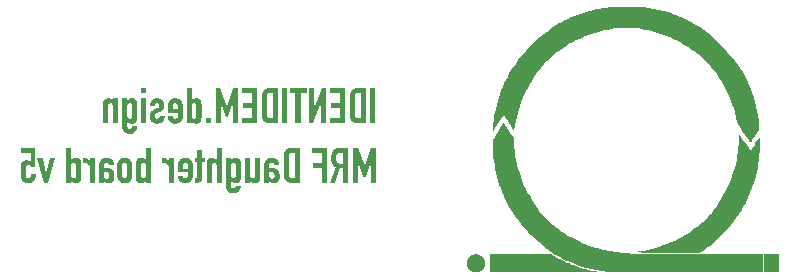
<source format=gbr>
%TF.GenerationSoftware,KiCad,Pcbnew,7.0.7*%
%TF.CreationDate,2024-05-03T13:44:01+01:00*%
%TF.ProjectId,MRF67-pro,4d524636-372d-4707-926f-2e6b69636164,rev?*%
%TF.SameCoordinates,Original*%
%TF.FileFunction,Legend,Bot*%
%TF.FilePolarity,Positive*%
%FSLAX46Y46*%
G04 Gerber Fmt 4.6, Leading zero omitted, Abs format (unit mm)*
G04 Created by KiCad (PCBNEW 7.0.7) date 2024-05-03 13:44:01*
%MOMM*%
%LPD*%
G01*
G04 APERTURE LIST*
%ADD10C,0.000000*%
%ADD11C,0.300000*%
G04 APERTURE END LIST*
D10*
G36*
X154396755Y-122361442D02*
G01*
X154426738Y-122363796D01*
X154456526Y-122367440D01*
X154486073Y-122372391D01*
X154515335Y-122378668D01*
X154549910Y-122389108D01*
X154584727Y-122401832D01*
X154619617Y-122416727D01*
X154654408Y-122433678D01*
X154688931Y-122452572D01*
X154723014Y-122473296D01*
X154756488Y-122495735D01*
X154789181Y-122519777D01*
X154820923Y-122545306D01*
X154851544Y-122572211D01*
X154880873Y-122600376D01*
X154908740Y-122629688D01*
X154934973Y-122660034D01*
X154959403Y-122691300D01*
X154981859Y-122723372D01*
X155002170Y-122756137D01*
X155020735Y-122789520D01*
X155037414Y-122823480D01*
X155052224Y-122857955D01*
X155065181Y-122892880D01*
X155076300Y-122928193D01*
X155085599Y-122963831D01*
X155093093Y-122999729D01*
X155098798Y-123035825D01*
X155102731Y-123072055D01*
X155104907Y-123108357D01*
X155105343Y-123144666D01*
X155104056Y-123180919D01*
X155101060Y-123217054D01*
X155096372Y-123253006D01*
X155090009Y-123288713D01*
X155081987Y-123324111D01*
X155072321Y-123359137D01*
X155061028Y-123393728D01*
X155048124Y-123427820D01*
X155033625Y-123461350D01*
X155017547Y-123494255D01*
X154999907Y-123526471D01*
X154980720Y-123557935D01*
X154960003Y-123588584D01*
X154937772Y-123618355D01*
X154914043Y-123647183D01*
X154888833Y-123675007D01*
X154862156Y-123701762D01*
X154834030Y-123727385D01*
X154804471Y-123751814D01*
X154773494Y-123774984D01*
X154741116Y-123796832D01*
X154715590Y-123812515D01*
X154691692Y-123826550D01*
X154669065Y-123839024D01*
X154647353Y-123850025D01*
X154626199Y-123859641D01*
X154605247Y-123867961D01*
X154584139Y-123875070D01*
X154562520Y-123881059D01*
X154540033Y-123886014D01*
X154516321Y-123890023D01*
X154491028Y-123893175D01*
X154463797Y-123895556D01*
X154434272Y-123897256D01*
X154402095Y-123898361D01*
X154366911Y-123898959D01*
X154328363Y-123899139D01*
X154254631Y-123898361D01*
X154222455Y-123897256D01*
X154192930Y-123895556D01*
X154165699Y-123893175D01*
X154140406Y-123890023D01*
X154116694Y-123886014D01*
X154094207Y-123881059D01*
X154072589Y-123875070D01*
X154051481Y-123867961D01*
X154030529Y-123859641D01*
X154009375Y-123850025D01*
X153987663Y-123839024D01*
X153965037Y-123826550D01*
X153941139Y-123812515D01*
X153915613Y-123796832D01*
X153882605Y-123774643D01*
X153851059Y-123751113D01*
X153820991Y-123726308D01*
X153792416Y-123700293D01*
X153765351Y-123673134D01*
X153739810Y-123644896D01*
X153715809Y-123615643D01*
X153693363Y-123585441D01*
X153672489Y-123554356D01*
X153653201Y-123522452D01*
X153635514Y-123489795D01*
X153619446Y-123456450D01*
X153605010Y-123422482D01*
X153592223Y-123387957D01*
X153581099Y-123352940D01*
X153571656Y-123317496D01*
X153563907Y-123281690D01*
X153557869Y-123245587D01*
X153553556Y-123209254D01*
X153550985Y-123172754D01*
X153550172Y-123136154D01*
X153551130Y-123099518D01*
X153553877Y-123062911D01*
X153558427Y-123026400D01*
X153564796Y-122990049D01*
X153573000Y-122953923D01*
X153583054Y-122918088D01*
X153594973Y-122882609D01*
X153608773Y-122847551D01*
X153624470Y-122812979D01*
X153642079Y-122778959D01*
X153661615Y-122745556D01*
X153678702Y-122719153D01*
X153696860Y-122693532D01*
X153716044Y-122668712D01*
X153736208Y-122644711D01*
X153757308Y-122621548D01*
X153779298Y-122599239D01*
X153802132Y-122577804D01*
X153825767Y-122557261D01*
X153850155Y-122537627D01*
X153875254Y-122518920D01*
X153901016Y-122501159D01*
X153927397Y-122484362D01*
X153954351Y-122468547D01*
X153981834Y-122453732D01*
X154009800Y-122439935D01*
X154038205Y-122427174D01*
X154067001Y-122415467D01*
X154096146Y-122404832D01*
X154125592Y-122395288D01*
X154155296Y-122386853D01*
X154185212Y-122379543D01*
X154215294Y-122373379D01*
X154245498Y-122368377D01*
X154275778Y-122364556D01*
X154306089Y-122361934D01*
X154336385Y-122360529D01*
X154366623Y-122360359D01*
X154396755Y-122361442D01*
G37*
G36*
X179957670Y-123899139D02*
G01*
X179428503Y-123899139D01*
X179428503Y-122311639D01*
X179957670Y-122311639D01*
X179957670Y-123899139D01*
G37*
G36*
X159246583Y-122349398D02*
G01*
X160080847Y-122356178D01*
X160614148Y-122366265D01*
X160753985Y-122372239D01*
X160801837Y-122378668D01*
X160805186Y-122389370D01*
X160815030Y-122402849D01*
X160852976Y-122437510D01*
X160913226Y-122481390D01*
X160993329Y-122533228D01*
X161090837Y-122591763D01*
X161203300Y-122655735D01*
X161463295Y-122794945D01*
X161753716Y-122940768D01*
X162054969Y-123083120D01*
X162203533Y-123149841D01*
X162347457Y-123211912D01*
X162484291Y-123268070D01*
X162611586Y-123317056D01*
X162801852Y-123384256D01*
X163003280Y-123450505D01*
X163213473Y-123515183D01*
X163430031Y-123577670D01*
X163650559Y-123637346D01*
X163872657Y-123693590D01*
X164093928Y-123745783D01*
X164311975Y-123793304D01*
X164805864Y-123895611D01*
X160156255Y-123895611D01*
X155510172Y-123899139D01*
X155510172Y-122346917D01*
X158156003Y-122346917D01*
X159246583Y-122349398D01*
G37*
G36*
X156693102Y-111234663D02*
G01*
X156694490Y-111235392D01*
X156696133Y-111236592D01*
X156698026Y-111238248D01*
X156702533Y-111242882D01*
X156707961Y-111249190D01*
X156714256Y-111257069D01*
X156721369Y-111266415D01*
X156737836Y-111289097D01*
X156756950Y-111316410D01*
X156778296Y-111347526D01*
X156826031Y-111417862D01*
X156992719Y-111683767D01*
X157108805Y-111869802D01*
X157228198Y-112063444D01*
X157513947Y-112522056D01*
X157535114Y-112927749D01*
X157561758Y-113278674D01*
X157604071Y-113640967D01*
X157661184Y-114010784D01*
X157732229Y-114384281D01*
X157816337Y-114757612D01*
X157912642Y-115126933D01*
X158020273Y-115488400D01*
X158138364Y-115838167D01*
X158228819Y-116077166D01*
X158329036Y-116319756D01*
X158438276Y-116564735D01*
X158555799Y-116810896D01*
X158680867Y-117057037D01*
X158812741Y-117301953D01*
X158950682Y-117544441D01*
X159093951Y-117783295D01*
X159241808Y-118017313D01*
X159393515Y-118245290D01*
X159548334Y-118466021D01*
X159705524Y-118678304D01*
X159864347Y-118880933D01*
X160024064Y-119072705D01*
X160183937Y-119252416D01*
X160343225Y-119418861D01*
X160461973Y-119533505D01*
X160588922Y-119649586D01*
X160723427Y-119766638D01*
X160864840Y-119884196D01*
X161012517Y-120001796D01*
X161165811Y-120118972D01*
X161324076Y-120235260D01*
X161486666Y-120350193D01*
X161652936Y-120463308D01*
X161822239Y-120574138D01*
X161993930Y-120682220D01*
X162167362Y-120787087D01*
X162341890Y-120888274D01*
X162516867Y-120985318D01*
X162691648Y-121077751D01*
X162865587Y-121165111D01*
X163094841Y-121274742D01*
X163321469Y-121377562D01*
X163546320Y-121473789D01*
X163770241Y-121563639D01*
X163994079Y-121647329D01*
X164218682Y-121725076D01*
X164444897Y-121797097D01*
X164673572Y-121863610D01*
X164905555Y-121924831D01*
X165141692Y-121980978D01*
X165382831Y-122032267D01*
X165629820Y-122078915D01*
X165883507Y-122121140D01*
X166144738Y-122159158D01*
X166414362Y-122193187D01*
X166693225Y-122223443D01*
X167177854Y-122274598D01*
X167575171Y-122315167D01*
X169111683Y-122346090D01*
X172183771Y-122366760D01*
X175445698Y-122372217D01*
X177551726Y-122357501D01*
X178617114Y-122329278D01*
X178617114Y-123899139D01*
X172291809Y-123899139D01*
X167028805Y-123889879D01*
X165971078Y-123873838D01*
X165493781Y-123846222D01*
X165035156Y-123787952D01*
X164589678Y-123716080D01*
X164155940Y-123630235D01*
X163732538Y-123530045D01*
X163318066Y-123415137D01*
X162911118Y-123285140D01*
X162510288Y-123139682D01*
X162114171Y-122978390D01*
X161943762Y-122902067D01*
X161763597Y-122816276D01*
X161582109Y-122725442D01*
X161407732Y-122633989D01*
X161248900Y-122546338D01*
X161114045Y-122466915D01*
X161011602Y-122400142D01*
X160975171Y-122372881D01*
X160950005Y-122350442D01*
X160942432Y-122342776D01*
X160931759Y-122333094D01*
X160901937Y-122308221D01*
X160862194Y-122276898D01*
X160814183Y-122240202D01*
X160699971Y-122154984D01*
X160572531Y-122061166D01*
X160343809Y-121892977D01*
X160114616Y-121714452D01*
X159885805Y-121526501D01*
X159658230Y-121330034D01*
X159432742Y-121125961D01*
X159210195Y-120915190D01*
X158991441Y-120698631D01*
X158777332Y-120477194D01*
X158568722Y-120251788D01*
X158366463Y-120023323D01*
X158171408Y-119792709D01*
X157984409Y-119560854D01*
X157806319Y-119328668D01*
X157637991Y-119097061D01*
X157480277Y-118866943D01*
X157334030Y-118639222D01*
X157154473Y-118337678D01*
X156986165Y-118033471D01*
X156829030Y-117726340D01*
X156682990Y-117416020D01*
X156547967Y-117102249D01*
X156423884Y-116784761D01*
X156310663Y-116463295D01*
X156208228Y-116137586D01*
X156116499Y-115807371D01*
X156035401Y-115472386D01*
X155964855Y-115132368D01*
X155904784Y-114787053D01*
X155855110Y-114436178D01*
X155815756Y-114079479D01*
X155786644Y-113716693D01*
X155767697Y-113347555D01*
X155746530Y-112723140D01*
X156212198Y-111978776D01*
X156394816Y-111689830D01*
X156546014Y-111453139D01*
X156650249Y-111293177D01*
X156679897Y-111249617D01*
X156691977Y-111234417D01*
X156693102Y-111234663D01*
G37*
G36*
X167866728Y-101404525D02*
G01*
X168104337Y-101413083D01*
X168541638Y-101452336D01*
X168973617Y-101507837D01*
X169399994Y-101579460D01*
X169820491Y-101667083D01*
X170234827Y-101770580D01*
X170642725Y-101889829D01*
X171043904Y-102024705D01*
X171438087Y-102175083D01*
X171824994Y-102340840D01*
X172204345Y-102521853D01*
X172575862Y-102717996D01*
X172939266Y-102929146D01*
X173294278Y-103155179D01*
X173640619Y-103395970D01*
X173978009Y-103651397D01*
X174306170Y-103921334D01*
X174470646Y-104065972D01*
X174654924Y-104235746D01*
X174851687Y-104423380D01*
X175053618Y-104621597D01*
X175253399Y-104823121D01*
X175443713Y-105020676D01*
X175617242Y-105206986D01*
X175766669Y-105374776D01*
X176022888Y-105680004D01*
X176266291Y-105992296D01*
X176496796Y-106311441D01*
X176714319Y-106637225D01*
X176918778Y-106969439D01*
X177110092Y-107307868D01*
X177288175Y-107652303D01*
X177452948Y-108002531D01*
X177604325Y-108358339D01*
X177742225Y-108719517D01*
X177866566Y-109085852D01*
X177977264Y-109457133D01*
X178074236Y-109833147D01*
X178157401Y-110213683D01*
X178226675Y-110598528D01*
X178281976Y-110987472D01*
X178313057Y-111244931D01*
X178324368Y-111349822D01*
X178332191Y-111441784D01*
X178336025Y-111523038D01*
X178335368Y-111595807D01*
X178329719Y-111662313D01*
X178318576Y-111724778D01*
X178301439Y-111785424D01*
X178277807Y-111846472D01*
X178247177Y-111910146D01*
X178209050Y-111978668D01*
X178162922Y-112054258D01*
X178108294Y-112139140D01*
X177971531Y-112345666D01*
X177830089Y-112557609D01*
X177710476Y-112731517D01*
X177662782Y-112798525D01*
X177625258Y-112849202D01*
X177599475Y-112881276D01*
X177591477Y-112889626D01*
X177587003Y-112892473D01*
X177582215Y-112888487D01*
X177572017Y-112876791D01*
X177536567Y-112831839D01*
X177483010Y-112760760D01*
X177413701Y-112666695D01*
X177330998Y-112552787D01*
X177237257Y-112422176D01*
X177134835Y-112278006D01*
X177026086Y-112123417D01*
X176871850Y-111902442D01*
X176747999Y-111722187D01*
X176650854Y-111576411D01*
X176576736Y-111458871D01*
X176521966Y-111363325D01*
X176500686Y-111321848D01*
X176482864Y-111283529D01*
X176468039Y-111247588D01*
X176455751Y-111213243D01*
X176436948Y-111146222D01*
X176335193Y-110726072D01*
X176236746Y-110350818D01*
X176138299Y-110010787D01*
X176036545Y-109696305D01*
X175928176Y-109397698D01*
X175809885Y-109105292D01*
X175678366Y-108809414D01*
X175530309Y-108500389D01*
X175442950Y-108326450D01*
X175350516Y-108151669D01*
X175253473Y-107976692D01*
X175152285Y-107802164D01*
X174939337Y-107457041D01*
X174715392Y-107121468D01*
X174484171Y-106800613D01*
X174249395Y-106499643D01*
X174131836Y-106358229D01*
X174014784Y-106223725D01*
X173898703Y-106096776D01*
X173784059Y-105978028D01*
X173665311Y-105863384D01*
X173538362Y-105747303D01*
X173403857Y-105630250D01*
X173262444Y-105512692D01*
X173114767Y-105395092D01*
X172961473Y-105277915D01*
X172803208Y-105161628D01*
X172640618Y-105046694D01*
X172474348Y-104933580D01*
X172305045Y-104822749D01*
X172133354Y-104714668D01*
X171959922Y-104609801D01*
X171785394Y-104508613D01*
X171610417Y-104411570D01*
X171435636Y-104319137D01*
X171261697Y-104231778D01*
X171001152Y-104107589D01*
X170746972Y-103993653D01*
X170496597Y-103888977D01*
X170247461Y-103792569D01*
X169997003Y-103703438D01*
X169742658Y-103620590D01*
X169481865Y-103543033D01*
X169212059Y-103469777D01*
X168926686Y-103400944D01*
X168648041Y-103341289D01*
X168375164Y-103290811D01*
X168107092Y-103249512D01*
X167842865Y-103217390D01*
X167581522Y-103194445D01*
X167322101Y-103180679D01*
X167063642Y-103176090D01*
X166805182Y-103180679D01*
X166545761Y-103194445D01*
X166284418Y-103217390D01*
X166020191Y-103249512D01*
X165752120Y-103290811D01*
X165479242Y-103341289D01*
X165200598Y-103400944D01*
X164915225Y-103469777D01*
X164646521Y-103542426D01*
X164379051Y-103622677D01*
X164113142Y-103710359D01*
X163849120Y-103805302D01*
X163587309Y-103907335D01*
X163328035Y-104016287D01*
X163071624Y-104131988D01*
X162818402Y-104254267D01*
X162568694Y-104382954D01*
X162322825Y-104517879D01*
X162081122Y-104658870D01*
X161843909Y-104805758D01*
X161611512Y-104958372D01*
X161384257Y-105116540D01*
X161162470Y-105280094D01*
X160946475Y-105448861D01*
X160779601Y-105586796D01*
X160626164Y-105719563D01*
X160483061Y-105850263D01*
X160347194Y-105981996D01*
X160215461Y-106117864D01*
X160084761Y-106260966D01*
X159951994Y-106414403D01*
X159814059Y-106581277D01*
X159610947Y-106842639D01*
X159415834Y-107111788D01*
X159228948Y-107388244D01*
X159050516Y-107671526D01*
X158880766Y-107961154D01*
X158719925Y-108256648D01*
X158568220Y-108557526D01*
X158425879Y-108863308D01*
X158293129Y-109173514D01*
X158170197Y-109487663D01*
X158057312Y-109805274D01*
X157954700Y-110125867D01*
X157862588Y-110448961D01*
X157781205Y-110774076D01*
X157710777Y-111100731D01*
X157651532Y-111428445D01*
X157570392Y-111911751D01*
X157136475Y-111220305D01*
X156966314Y-110951532D01*
X156825589Y-110731708D01*
X156729182Y-110583322D01*
X156691977Y-110528862D01*
X156688539Y-110532278D01*
X156681014Y-110542304D01*
X156654548Y-110580841D01*
X156614274Y-110641785D01*
X156561887Y-110722448D01*
X156427556Y-110932185D01*
X156265112Y-111188556D01*
X156101678Y-111452477D01*
X155960403Y-111678034D01*
X155856829Y-111841414D01*
X155806503Y-111918805D01*
X155802968Y-111923845D01*
X155799636Y-111928369D01*
X155796505Y-111932357D01*
X155793570Y-111935789D01*
X155790829Y-111938645D01*
X155788279Y-111940905D01*
X155785916Y-111942548D01*
X155784804Y-111943132D01*
X155783738Y-111943555D01*
X155782716Y-111943814D01*
X155781740Y-111943906D01*
X155780808Y-111943829D01*
X155779920Y-111943580D01*
X155779075Y-111943157D01*
X155778274Y-111942558D01*
X155777515Y-111941780D01*
X155776799Y-111940820D01*
X155776125Y-111939676D01*
X155775493Y-111938345D01*
X155774351Y-111935114D01*
X155773370Y-111931106D01*
X155772548Y-111926302D01*
X155771881Y-111920682D01*
X155771365Y-111914225D01*
X155770999Y-111906911D01*
X155770777Y-111898721D01*
X155770698Y-111889634D01*
X155770757Y-111879631D01*
X155771280Y-111856794D01*
X155772320Y-111830050D01*
X155773850Y-111799240D01*
X155775846Y-111764202D01*
X155778281Y-111724777D01*
X155807108Y-111376764D01*
X155844695Y-111035014D01*
X155891118Y-110699258D01*
X155946456Y-110369228D01*
X156010785Y-110044656D01*
X156084184Y-109725271D01*
X156166729Y-109410806D01*
X156258499Y-109100992D01*
X156359571Y-108795560D01*
X156470021Y-108494242D01*
X156589929Y-108196768D01*
X156719370Y-107902871D01*
X156858424Y-107612280D01*
X157007167Y-107324729D01*
X157165676Y-107039947D01*
X157334030Y-106757666D01*
X157505178Y-106491020D01*
X157689854Y-106223579D01*
X157887036Y-105956366D01*
X158095700Y-105690403D01*
X158314824Y-105426713D01*
X158543383Y-105166321D01*
X158780356Y-104910249D01*
X159024718Y-104659520D01*
X159275447Y-104415158D01*
X159531519Y-104178186D01*
X159791911Y-103949626D01*
X160055601Y-103730503D01*
X160321564Y-103521838D01*
X160588777Y-103324657D01*
X160856218Y-103139981D01*
X161122864Y-102968834D01*
X161364657Y-102824021D01*
X161609773Y-102685936D01*
X161858144Y-102554611D01*
X162109705Y-102430075D01*
X162364386Y-102312362D01*
X162622121Y-102201500D01*
X162882843Y-102097522D01*
X163146486Y-102000458D01*
X163412980Y-101910339D01*
X163682260Y-101827197D01*
X163954258Y-101751062D01*
X164228907Y-101681966D01*
X164506140Y-101619938D01*
X164785890Y-101565011D01*
X165068089Y-101517215D01*
X165352670Y-101476582D01*
X165572915Y-101457359D01*
X165894239Y-101439871D01*
X166708660Y-101413083D01*
X167533002Y-101402169D01*
X167866728Y-101404525D01*
G37*
G36*
X179393226Y-123899139D02*
G01*
X178687670Y-123899139D01*
X178687670Y-122311639D01*
X179393226Y-122311639D01*
X179393226Y-123899139D01*
G37*
G36*
X176606936Y-112166039D02*
G01*
X176636653Y-112207311D01*
X176743423Y-112358896D01*
X176899803Y-112583240D01*
X177089587Y-112857194D01*
X177280032Y-113129108D01*
X177438396Y-113352405D01*
X177548473Y-113503604D01*
X177580341Y-113544828D01*
X177589595Y-113555563D01*
X177594059Y-113559222D01*
X177595543Y-113558484D01*
X177597993Y-113556292D01*
X177605690Y-113547688D01*
X177616941Y-113533689D01*
X177631542Y-113514574D01*
X177669961Y-113462112D01*
X177719295Y-113392535D01*
X177777889Y-113308075D01*
X177844090Y-113210965D01*
X177916244Y-113103436D01*
X177992698Y-112987723D01*
X178377225Y-112416223D01*
X178356059Y-113192334D01*
X178341045Y-113610265D01*
X178316647Y-114002399D01*
X178282079Y-114374028D01*
X178236555Y-114730444D01*
X178179291Y-115076938D01*
X178109500Y-115418801D01*
X178026398Y-115761326D01*
X177929198Y-116109804D01*
X177864042Y-116320152D01*
X177793089Y-116531519D01*
X177716575Y-116743433D01*
X177634739Y-116955425D01*
X177547817Y-117167024D01*
X177456049Y-117377760D01*
X177359670Y-117587162D01*
X177258920Y-117794761D01*
X177154036Y-118000086D01*
X177045255Y-118202667D01*
X176932816Y-118402034D01*
X176816956Y-118597716D01*
X176697912Y-118789243D01*
X176575923Y-118976145D01*
X176451226Y-119157952D01*
X176324059Y-119334193D01*
X176187268Y-119513608D01*
X176042002Y-119695467D01*
X175889047Y-119878990D01*
X175729188Y-120063396D01*
X175563210Y-120247906D01*
X175391899Y-120431739D01*
X175216041Y-120614115D01*
X175036420Y-120794253D01*
X174853823Y-120971373D01*
X174669035Y-121144695D01*
X174482842Y-121313438D01*
X174296028Y-121476823D01*
X174109380Y-121634068D01*
X173923682Y-121784394D01*
X173739721Y-121927020D01*
X173558282Y-122061166D01*
X173244308Y-122286944D01*
X170912448Y-122265777D01*
X169146795Y-122241083D01*
X168516315Y-122228074D01*
X168174892Y-122216388D01*
X167769199Y-122195221D01*
X168220753Y-122128195D01*
X168546557Y-122074798D01*
X168873895Y-122008760D01*
X169201988Y-121930424D01*
X169530055Y-121840130D01*
X169857316Y-121738219D01*
X170182990Y-121625032D01*
X170506297Y-121500910D01*
X170826458Y-121366195D01*
X171142691Y-121221227D01*
X171454216Y-121066348D01*
X171760254Y-120901898D01*
X172060023Y-120728219D01*
X172352743Y-120545651D01*
X172637635Y-120354536D01*
X172913917Y-120155215D01*
X173180809Y-119948028D01*
X173305064Y-119845924D01*
X173425418Y-119743045D01*
X173542267Y-119638946D01*
X173656012Y-119533183D01*
X173767048Y-119425312D01*
X173875774Y-119314888D01*
X173982588Y-119201467D01*
X174087889Y-119084604D01*
X174192072Y-118963856D01*
X174295538Y-118838776D01*
X174398683Y-118708922D01*
X174501906Y-118573849D01*
X174605604Y-118433111D01*
X174710176Y-118286266D01*
X174816019Y-118132868D01*
X174923531Y-117972473D01*
X175108925Y-117678109D01*
X175285183Y-117373901D01*
X175451933Y-117061001D01*
X175608802Y-116740561D01*
X175755418Y-116413734D01*
X175891410Y-116081673D01*
X176016405Y-115745529D01*
X176130031Y-115406455D01*
X176231916Y-115065603D01*
X176321689Y-114724126D01*
X176398976Y-114383176D01*
X176463406Y-114043905D01*
X176514607Y-113707467D01*
X176552207Y-113375012D01*
X176575833Y-113047695D01*
X176585114Y-112726666D01*
X176590406Y-112320090D01*
X176593052Y-112196838D01*
X176594375Y-112163324D01*
X176595698Y-112151639D01*
X176606936Y-112166039D01*
G37*
D11*
G36*
X145815526Y-111290000D02*
G01*
X145815526Y-108288743D01*
X145386880Y-108288743D01*
X145386880Y-111290000D01*
X145815526Y-111290000D01*
G37*
G36*
X145006594Y-111290000D02*
G01*
X144418946Y-111290000D01*
X144372466Y-111289218D01*
X144327366Y-111286874D01*
X144283646Y-111282967D01*
X144241305Y-111277497D01*
X144200344Y-111270465D01*
X144160762Y-111261870D01*
X144122560Y-111251712D01*
X144085737Y-111239991D01*
X144050295Y-111226707D01*
X144016231Y-111211861D01*
X143983548Y-111195452D01*
X143952243Y-111177480D01*
X143922319Y-111157945D01*
X143893774Y-111136848D01*
X143866609Y-111114188D01*
X143840823Y-111089965D01*
X143816511Y-111064093D01*
X143793768Y-111036487D01*
X143772593Y-111007146D01*
X143752987Y-110976071D01*
X143734949Y-110943261D01*
X143718480Y-110908717D01*
X143703579Y-110872439D01*
X143690247Y-110834426D01*
X143678484Y-110794678D01*
X143668288Y-110753196D01*
X143659662Y-110709979D01*
X143652603Y-110665028D01*
X143647114Y-110618342D01*
X143643192Y-110569922D01*
X143640840Y-110519767D01*
X143640454Y-110494256D01*
X144068702Y-110494256D01*
X144068985Y-110517583D01*
X144070473Y-110551093D01*
X144073235Y-110582825D01*
X144077273Y-110612779D01*
X144084641Y-110649954D01*
X144094275Y-110683969D01*
X144106176Y-110714823D01*
X144120344Y-110742518D01*
X144141242Y-110772693D01*
X144145875Y-110778148D01*
X144172025Y-110802824D01*
X144196525Y-110819448D01*
X144224209Y-110833301D01*
X144255075Y-110844383D01*
X144289124Y-110852695D01*
X144326356Y-110858236D01*
X144356368Y-110860574D01*
X144388171Y-110861353D01*
X144577948Y-110861353D01*
X144577948Y-108717390D01*
X144388171Y-108717390D01*
X144376924Y-108717483D01*
X144344505Y-108718878D01*
X144314070Y-108721948D01*
X144276575Y-108728645D01*
X144242606Y-108738320D01*
X144212163Y-108750971D01*
X144185247Y-108766598D01*
X144161857Y-108785203D01*
X144137578Y-108812644D01*
X144129237Y-108824766D01*
X144114171Y-108850846D01*
X144101256Y-108879377D01*
X144090494Y-108910358D01*
X144081885Y-108943788D01*
X144075428Y-108979669D01*
X144071123Y-109018000D01*
X144069307Y-109048356D01*
X144068702Y-109080090D01*
X144068702Y-110494256D01*
X143640454Y-110494256D01*
X143640055Y-110467878D01*
X143640055Y-109063970D01*
X143640794Y-109018283D01*
X143643009Y-108973913D01*
X143646701Y-108930860D01*
X143651871Y-108889123D01*
X143658517Y-108848703D01*
X143666640Y-108809599D01*
X143676240Y-108771812D01*
X143687316Y-108735341D01*
X143699870Y-108700188D01*
X143713901Y-108666350D01*
X143729408Y-108633830D01*
X143746393Y-108602626D01*
X143764854Y-108572739D01*
X143784792Y-108544168D01*
X143806207Y-108516914D01*
X143829099Y-108490976D01*
X143853322Y-108466487D01*
X143878913Y-108443578D01*
X143905873Y-108422249D01*
X143934200Y-108402500D01*
X143963896Y-108384330D01*
X143994959Y-108367741D01*
X144027391Y-108352731D01*
X144061191Y-108339302D01*
X144096359Y-108327452D01*
X144132895Y-108317182D01*
X144170800Y-108308493D01*
X144210072Y-108301383D01*
X144250713Y-108295853D01*
X144292722Y-108291903D01*
X144336099Y-108289533D01*
X144380844Y-108288743D01*
X145006594Y-108288743D01*
X145006594Y-111290000D01*
G37*
G36*
X143218736Y-111290000D02*
G01*
X143218736Y-108288743D01*
X141952581Y-108288743D01*
X141952581Y-108717390D01*
X142790090Y-108717390D01*
X142790090Y-109548304D01*
X142046371Y-109548304D01*
X142046371Y-109976950D01*
X142790090Y-109976950D01*
X142790090Y-110861353D01*
X141952581Y-110861353D01*
X141952581Y-111290000D01*
X143218736Y-111290000D01*
G37*
G36*
X141665352Y-111290000D02*
G01*
X141665352Y-108288743D01*
X141257222Y-108288743D01*
X140593370Y-110097117D01*
X140593370Y-108288743D01*
X140164724Y-108288743D01*
X140164724Y-111290000D01*
X140564061Y-111290000D01*
X141236706Y-109486022D01*
X141236706Y-111290000D01*
X141665352Y-111290000D01*
G37*
G36*
X139479623Y-111290000D02*
G01*
X139479623Y-108717390D01*
X139988869Y-108717390D01*
X139988869Y-108288743D01*
X138582030Y-108288743D01*
X138582030Y-108717390D01*
X139050976Y-108717390D01*
X139050976Y-111290000D01*
X139479623Y-111290000D01*
G37*
G36*
X138362212Y-111290000D02*
G01*
X138362212Y-108288743D01*
X137933565Y-108288743D01*
X137933565Y-111290000D01*
X138362212Y-111290000D01*
G37*
G36*
X137553279Y-111290000D02*
G01*
X136965631Y-111290000D01*
X136919151Y-111289218D01*
X136874051Y-111286874D01*
X136830331Y-111282967D01*
X136787990Y-111277497D01*
X136747029Y-111270465D01*
X136707447Y-111261870D01*
X136669245Y-111251712D01*
X136632423Y-111239991D01*
X136596980Y-111226707D01*
X136562917Y-111211861D01*
X136530233Y-111195452D01*
X136498929Y-111177480D01*
X136469004Y-111157945D01*
X136440459Y-111136848D01*
X136413294Y-111114188D01*
X136387508Y-111089965D01*
X136363197Y-111064093D01*
X136340453Y-111036487D01*
X136319279Y-111007146D01*
X136299672Y-110976071D01*
X136281635Y-110943261D01*
X136265165Y-110908717D01*
X136250265Y-110872439D01*
X136236933Y-110834426D01*
X136225169Y-110794678D01*
X136214974Y-110753196D01*
X136206347Y-110709979D01*
X136199289Y-110665028D01*
X136193799Y-110618342D01*
X136189878Y-110569922D01*
X136187525Y-110519767D01*
X136187140Y-110494256D01*
X136615387Y-110494256D01*
X136615670Y-110517583D01*
X136617158Y-110551093D01*
X136619921Y-110582825D01*
X136623958Y-110612779D01*
X136631326Y-110649954D01*
X136640960Y-110683969D01*
X136652861Y-110714823D01*
X136667029Y-110742518D01*
X136687927Y-110772693D01*
X136692560Y-110778148D01*
X136718710Y-110802824D01*
X136743211Y-110819448D01*
X136770894Y-110833301D01*
X136801760Y-110844383D01*
X136835809Y-110852695D01*
X136873041Y-110858236D01*
X136903054Y-110860574D01*
X136934856Y-110861353D01*
X137124633Y-110861353D01*
X137124633Y-108717390D01*
X136934856Y-108717390D01*
X136923609Y-108717483D01*
X136891190Y-108718878D01*
X136860755Y-108721948D01*
X136823260Y-108728645D01*
X136789291Y-108738320D01*
X136758848Y-108750971D01*
X136731932Y-108766598D01*
X136708542Y-108785203D01*
X136684263Y-108812644D01*
X136675923Y-108824766D01*
X136660856Y-108850846D01*
X136647942Y-108879377D01*
X136637180Y-108910358D01*
X136628570Y-108943788D01*
X136622113Y-108979669D01*
X136617808Y-109018000D01*
X136615992Y-109048356D01*
X136615387Y-109080090D01*
X136615387Y-110494256D01*
X136187140Y-110494256D01*
X136186741Y-110467878D01*
X136186741Y-109063970D01*
X136187479Y-109018283D01*
X136189694Y-108973913D01*
X136193387Y-108930860D01*
X136198556Y-108889123D01*
X136205202Y-108848703D01*
X136213325Y-108809599D01*
X136222925Y-108771812D01*
X136234002Y-108735341D01*
X136246555Y-108700188D01*
X136260586Y-108666350D01*
X136276093Y-108633830D01*
X136293078Y-108602626D01*
X136311539Y-108572739D01*
X136331477Y-108544168D01*
X136352893Y-108516914D01*
X136375785Y-108490976D01*
X136400008Y-108466487D01*
X136425599Y-108443578D01*
X136452558Y-108422249D01*
X136480885Y-108402500D01*
X136510581Y-108384330D01*
X136541645Y-108367741D01*
X136574076Y-108352731D01*
X136607876Y-108339302D01*
X136643044Y-108327452D01*
X136679581Y-108317182D01*
X136717485Y-108308493D01*
X136756758Y-108301383D01*
X136797398Y-108295853D01*
X136839407Y-108291903D01*
X136882784Y-108289533D01*
X136927529Y-108288743D01*
X137553279Y-108288743D01*
X137553279Y-111290000D01*
G37*
G36*
X135765422Y-111290000D02*
G01*
X135765422Y-108288743D01*
X134499267Y-108288743D01*
X134499267Y-108717390D01*
X135336775Y-108717390D01*
X135336775Y-109548304D01*
X134593056Y-109548304D01*
X134593056Y-109976950D01*
X135336775Y-109976950D01*
X135336775Y-110861353D01*
X134499267Y-110861353D01*
X134499267Y-111290000D01*
X135765422Y-111290000D01*
G37*
G36*
X134212037Y-111290000D02*
G01*
X134212037Y-108288743D01*
X133803907Y-108288743D01*
X133253628Y-109878032D01*
X133245568Y-109878032D01*
X132698953Y-108288743D01*
X132282763Y-108288743D01*
X132282763Y-111290000D01*
X132711409Y-111290000D01*
X132711409Y-109464773D01*
X132719469Y-109464773D01*
X133144452Y-110754375D01*
X133359141Y-110754375D01*
X133783391Y-109464773D01*
X133783391Y-111290000D01*
X134212037Y-111290000D01*
G37*
G36*
X131879030Y-111290000D02*
G01*
X131879030Y-110861353D01*
X131450383Y-110861353D01*
X131450383Y-111290000D01*
X131879030Y-111290000D01*
G37*
G36*
X130255303Y-109374647D02*
G01*
X130259817Y-109368100D01*
X130278405Y-109342873D01*
X130297839Y-109319179D01*
X130318121Y-109297020D01*
X130339250Y-109276395D01*
X130366852Y-109252771D01*
X130395779Y-109231544D01*
X130426029Y-109212714D01*
X130457392Y-109196460D01*
X130490114Y-109182961D01*
X130524196Y-109172217D01*
X130559637Y-109164228D01*
X130588969Y-109159820D01*
X130619171Y-109157176D01*
X130650244Y-109156294D01*
X130660149Y-109156347D01*
X130698211Y-109157618D01*
X130733777Y-109160583D01*
X130766847Y-109165243D01*
X130797421Y-109171597D01*
X130832129Y-109181922D01*
X130862938Y-109194895D01*
X130889846Y-109210516D01*
X130910795Y-109223925D01*
X130940060Y-109245553D01*
X130966737Y-109268997D01*
X130990824Y-109294257D01*
X131012323Y-109321333D01*
X131031233Y-109350224D01*
X131047554Y-109380933D01*
X131061287Y-109413457D01*
X131072430Y-109447797D01*
X131080984Y-109483953D01*
X131086950Y-109521926D01*
X131088458Y-109536036D01*
X131091183Y-109567040D01*
X131093519Y-109601753D01*
X131095465Y-109640175D01*
X131096669Y-109671426D01*
X131097655Y-109704764D01*
X131098421Y-109740188D01*
X131098968Y-109777699D01*
X131099297Y-109817297D01*
X131099406Y-109858981D01*
X131099406Y-110661318D01*
X131099390Y-110672193D01*
X131099143Y-110703977D01*
X131098600Y-110734498D01*
X131097415Y-110773230D01*
X131095703Y-110809717D01*
X131093465Y-110843961D01*
X131090700Y-110875961D01*
X131087409Y-110905716D01*
X131082554Y-110939755D01*
X131078031Y-110965080D01*
X131071509Y-110995320D01*
X131064021Y-111023985D01*
X131053760Y-111056305D01*
X131042108Y-111086358D01*
X131029064Y-111114145D01*
X131008132Y-111149762D01*
X130984354Y-111181876D01*
X130957729Y-111210487D01*
X130928257Y-111235594D01*
X130895939Y-111257198D01*
X130860774Y-111275299D01*
X130822763Y-111289896D01*
X130781906Y-111300990D01*
X130753086Y-111306440D01*
X130723001Y-111310333D01*
X130691651Y-111312668D01*
X130659036Y-111313447D01*
X130649225Y-111313384D01*
X130616146Y-111312172D01*
X130585031Y-111309417D01*
X130551875Y-111304379D01*
X130521284Y-111297327D01*
X130503287Y-111291949D01*
X130472517Y-111280557D01*
X130443833Y-111266962D01*
X130417236Y-111251165D01*
X130403025Y-111241984D01*
X130378527Y-111224197D01*
X130355421Y-111204787D01*
X130333705Y-111183754D01*
X130317181Y-111166163D01*
X130295420Y-111142721D01*
X130275590Y-111121106D01*
X130255303Y-111098757D01*
X130255303Y-111290000D01*
X129826657Y-111290000D01*
X129826657Y-110630544D01*
X130255303Y-110630544D01*
X130255360Y-110637737D01*
X130257338Y-110672438D01*
X130262143Y-110705028D01*
X130269774Y-110735507D01*
X130280232Y-110763875D01*
X130293517Y-110790133D01*
X130313189Y-110818855D01*
X130320479Y-110827639D01*
X130344101Y-110850591D01*
X130370350Y-110868443D01*
X130399227Y-110881194D01*
X130430731Y-110888845D01*
X130464863Y-110891395D01*
X130484420Y-110890706D01*
X130514781Y-110886495D01*
X130547530Y-110876389D01*
X130576261Y-110860769D01*
X130600973Y-110839638D01*
X130621667Y-110812993D01*
X130633173Y-110792431D01*
X130645399Y-110764539D01*
X130655227Y-110734213D01*
X130662658Y-110701455D01*
X130667692Y-110666264D01*
X130669993Y-110636360D01*
X130670760Y-110604898D01*
X130670760Y-109833335D01*
X130670380Y-109814876D01*
X130668058Y-109785112D01*
X130662485Y-109751049D01*
X130653873Y-109718789D01*
X130642221Y-109688332D01*
X130627529Y-109659678D01*
X130612159Y-109638147D01*
X130588803Y-109617127D01*
X130560090Y-109601362D01*
X130532068Y-109592239D01*
X130500326Y-109586765D01*
X130464863Y-109584940D01*
X130453718Y-109585192D01*
X130421724Y-109588970D01*
X130391894Y-109597282D01*
X130364228Y-109610128D01*
X130338725Y-109627507D01*
X130315387Y-109649420D01*
X130304649Y-109661813D01*
X130286342Y-109688414D01*
X130272260Y-109717437D01*
X130262403Y-109748882D01*
X130256770Y-109782748D01*
X130255303Y-109812819D01*
X130255303Y-110630544D01*
X129826657Y-110630544D01*
X129826657Y-108288743D01*
X130255303Y-108288743D01*
X130255303Y-109374647D01*
G37*
G36*
X128902635Y-109156620D02*
G01*
X128939046Y-109158333D01*
X128974402Y-109161515D01*
X129008701Y-109166164D01*
X129041945Y-109172282D01*
X129074132Y-109179869D01*
X129105263Y-109188923D01*
X129135338Y-109199446D01*
X129164356Y-109211438D01*
X129192319Y-109224897D01*
X129219225Y-109239825D01*
X129236464Y-109250387D01*
X129261368Y-109267023D01*
X129285125Y-109284613D01*
X129315018Y-109309549D01*
X129342873Y-109336179D01*
X129368690Y-109364503D01*
X129392469Y-109394522D01*
X129414211Y-109426236D01*
X129433914Y-109459644D01*
X129439570Y-109470179D01*
X129452708Y-109497345D01*
X129464414Y-109525692D01*
X129474690Y-109555220D01*
X129483534Y-109585928D01*
X129490947Y-109617816D01*
X129496929Y-109650886D01*
X129498970Y-109664433D01*
X129503496Y-109699026D01*
X129507199Y-109734657D01*
X129509569Y-109763909D01*
X129511412Y-109793825D01*
X129512728Y-109824405D01*
X129513518Y-109855649D01*
X129513782Y-109887557D01*
X129513782Y-110582916D01*
X129513765Y-110590866D01*
X129513370Y-110622293D01*
X129512449Y-110653125D01*
X129511000Y-110683362D01*
X129509025Y-110713003D01*
X129505816Y-110749217D01*
X129501784Y-110784501D01*
X129496929Y-110818855D01*
X129494708Y-110832313D01*
X129488153Y-110865107D01*
X129480168Y-110896685D01*
X129470751Y-110927046D01*
X129459903Y-110956190D01*
X129447624Y-110984118D01*
X129433914Y-111010830D01*
X129419328Y-111036045D01*
X129398096Y-111068182D01*
X129374826Y-111098624D01*
X129349518Y-111127372D01*
X129322173Y-111154426D01*
X129292789Y-111179785D01*
X129269414Y-111197693D01*
X129244893Y-111214647D01*
X129219225Y-111230648D01*
X129201405Y-111240675D01*
X129173794Y-111254502D01*
X129145128Y-111266873D01*
X129115405Y-111277789D01*
X129084626Y-111287249D01*
X129052791Y-111295254D01*
X129019900Y-111301803D01*
X128985952Y-111306897D01*
X128950949Y-111310536D01*
X128914889Y-111312719D01*
X128877773Y-111313447D01*
X128841595Y-111312668D01*
X128806332Y-111310333D01*
X128771986Y-111306440D01*
X128738555Y-111300990D01*
X128706040Y-111293984D01*
X128674441Y-111285420D01*
X128643758Y-111275299D01*
X128613991Y-111263621D01*
X128585197Y-111250581D01*
X128557434Y-111236373D01*
X128530700Y-111220997D01*
X128504998Y-111204453D01*
X128480325Y-111186742D01*
X128456683Y-111167863D01*
X128434072Y-111147816D01*
X128412491Y-111126601D01*
X128391728Y-111104840D01*
X128372305Y-111082237D01*
X128354222Y-111058792D01*
X128337478Y-111034506D01*
X128322073Y-111009379D01*
X128308008Y-110983410D01*
X128295283Y-110956599D01*
X128283897Y-110928948D01*
X128273851Y-110900454D01*
X128265144Y-110871119D01*
X128257776Y-110840943D01*
X128251748Y-110809925D01*
X128247060Y-110778066D01*
X128243711Y-110745365D01*
X128241702Y-110711822D01*
X128241032Y-110677438D01*
X128669678Y-110677438D01*
X128672966Y-110698980D01*
X128680154Y-110729199D01*
X128690357Y-110759488D01*
X128703576Y-110789846D01*
X128717306Y-110815924D01*
X128728469Y-110832067D01*
X128749978Y-110852246D01*
X128777206Y-110867581D01*
X128810153Y-110878074D01*
X128841978Y-110883119D01*
X128877773Y-110884801D01*
X128912129Y-110882946D01*
X128943753Y-110877382D01*
X128972647Y-110868108D01*
X129002906Y-110852601D01*
X129029448Y-110832044D01*
X129036192Y-110825183D01*
X129056367Y-110798421D01*
X129069419Y-110772077D01*
X129078555Y-110742590D01*
X129083776Y-110709961D01*
X129085136Y-110680369D01*
X129085136Y-110399002D01*
X128241032Y-110399002D01*
X128241032Y-110070739D01*
X128669678Y-110070739D01*
X129085136Y-110070739D01*
X129085136Y-109828206D01*
X129084265Y-109798588D01*
X129080731Y-109764302D01*
X129074477Y-109733057D01*
X129063383Y-109699578D01*
X129048373Y-109670478D01*
X129029448Y-109645757D01*
X129022244Y-109638392D01*
X128998811Y-109619149D01*
X128972647Y-109604183D01*
X128943753Y-109593492D01*
X128912129Y-109587078D01*
X128877773Y-109584940D01*
X128865932Y-109585178D01*
X128832298Y-109588741D01*
X128801498Y-109596581D01*
X128773531Y-109608697D01*
X128748398Y-109625089D01*
X128726099Y-109645757D01*
X128722627Y-109649573D01*
X128704115Y-109675024D01*
X128689569Y-109704854D01*
X128680478Y-109733057D01*
X128674141Y-109764302D01*
X128670560Y-109798588D01*
X128669678Y-109828206D01*
X128669678Y-110070739D01*
X128241032Y-110070739D01*
X128241032Y-109815750D01*
X128241688Y-109780679D01*
X128243654Y-109746358D01*
X128246931Y-109712787D01*
X128251519Y-109679966D01*
X128257419Y-109647895D01*
X128264628Y-109616573D01*
X128273149Y-109586002D01*
X128282981Y-109556181D01*
X128294124Y-109527109D01*
X128306577Y-109498787D01*
X128320342Y-109471216D01*
X128335417Y-109444394D01*
X128351803Y-109418322D01*
X128369500Y-109393000D01*
X128388508Y-109368427D01*
X128408827Y-109344605D01*
X128430271Y-109323219D01*
X128452837Y-109303023D01*
X128476524Y-109284018D01*
X128501334Y-109266203D01*
X128527266Y-109249579D01*
X128554320Y-109234146D01*
X128582495Y-109219904D01*
X128611793Y-109206852D01*
X128642075Y-109195003D01*
X128673205Y-109184733D01*
X128705181Y-109176043D01*
X128738005Y-109168934D01*
X128771677Y-109163404D01*
X128806195Y-109159454D01*
X128841561Y-109157084D01*
X128877773Y-109156294D01*
X128902635Y-109156620D01*
G37*
G36*
X127169783Y-109792302D02*
G01*
X127171143Y-109761269D01*
X127176363Y-109727334D01*
X127185500Y-109697006D01*
X127198551Y-109670284D01*
X127218727Y-109643667D01*
X127225471Y-109636964D01*
X127250320Y-109616693D01*
X127276782Y-109601401D01*
X127304856Y-109591088D01*
X127334544Y-109585753D01*
X127352233Y-109584940D01*
X127383016Y-109587181D01*
X127415478Y-109595461D01*
X127444224Y-109609842D01*
X127469254Y-109630323D01*
X127484856Y-109648688D01*
X127503129Y-109677168D01*
X127516913Y-109707472D01*
X127526210Y-109739599D01*
X127530606Y-109768587D01*
X127531751Y-109793768D01*
X127529433Y-109825742D01*
X127522477Y-109857369D01*
X127512402Y-109885190D01*
X127502442Y-109905875D01*
X127482155Y-109932711D01*
X127459546Y-109951997D01*
X127430600Y-109970561D01*
X127401638Y-109985481D01*
X127368275Y-109999899D01*
X127353698Y-110005526D01*
X127106769Y-110104445D01*
X127077940Y-110115876D01*
X127050257Y-110127823D01*
X127023718Y-110140285D01*
X126986057Y-110159945D01*
X126950972Y-110180763D01*
X126918463Y-110202741D01*
X126888530Y-110225877D01*
X126861173Y-110250173D01*
X126836392Y-110275628D01*
X126814187Y-110302243D01*
X126794557Y-110330016D01*
X126782903Y-110349176D01*
X126767058Y-110378560D01*
X126752772Y-110408458D01*
X126740044Y-110438872D01*
X126728875Y-110469801D01*
X126719265Y-110501246D01*
X126711212Y-110533205D01*
X126704719Y-110565680D01*
X126699784Y-110598670D01*
X126696407Y-110632175D01*
X126694589Y-110666196D01*
X126694242Y-110689162D01*
X126695009Y-110721322D01*
X126697311Y-110752955D01*
X126701146Y-110784062D01*
X126706516Y-110814642D01*
X126713419Y-110844695D01*
X126721857Y-110874222D01*
X126731829Y-110903222D01*
X126743335Y-110931695D01*
X126756158Y-110959470D01*
X126770080Y-110986375D01*
X126785101Y-111012410D01*
X126801221Y-111037575D01*
X126818440Y-111061869D01*
X126836758Y-111085293D01*
X126856175Y-111107848D01*
X126876692Y-111129532D01*
X126898651Y-111150564D01*
X126921663Y-111170427D01*
X126945729Y-111189123D01*
X126970847Y-111206652D01*
X126997020Y-111223012D01*
X127024245Y-111238205D01*
X127052524Y-111252230D01*
X127081856Y-111265087D01*
X127111875Y-111276421D01*
X127142581Y-111286244D01*
X127173973Y-111294556D01*
X127206053Y-111301357D01*
X127238820Y-111306646D01*
X127272274Y-111310424D01*
X127306414Y-111312691D01*
X127341242Y-111313447D01*
X127373880Y-111312797D01*
X127405848Y-111310848D01*
X127437146Y-111307599D01*
X127467775Y-111303051D01*
X127497734Y-111297204D01*
X127527023Y-111290057D01*
X127555642Y-111281610D01*
X127583592Y-111271864D01*
X127610871Y-111260819D01*
X127637482Y-111248474D01*
X127663422Y-111234830D01*
X127688692Y-111219887D01*
X127713293Y-111203643D01*
X127737224Y-111186101D01*
X127760485Y-111167259D01*
X127783077Y-111147117D01*
X127805070Y-111126143D01*
X127825987Y-111103886D01*
X127845828Y-111080348D01*
X127864593Y-111055526D01*
X127882282Y-111029423D01*
X127898894Y-111002037D01*
X127914430Y-110973369D01*
X127928890Y-110943419D01*
X127941770Y-110912198D01*
X127952933Y-110879717D01*
X127962378Y-110845977D01*
X127970106Y-110810978D01*
X127976117Y-110774720D01*
X127980410Y-110737202D01*
X127982986Y-110698424D01*
X127983791Y-110668515D01*
X127983845Y-110658387D01*
X127553733Y-110658387D01*
X127548203Y-110689050D01*
X127540406Y-110718941D01*
X127530343Y-110748058D01*
X127518012Y-110776403D01*
X127503415Y-110803974D01*
X127498046Y-110812993D01*
X127479163Y-110837397D01*
X127455490Y-110856751D01*
X127427025Y-110871056D01*
X127393769Y-110880313D01*
X127362396Y-110884169D01*
X127341974Y-110884801D01*
X127310968Y-110882714D01*
X127281146Y-110876454D01*
X127252510Y-110866022D01*
X127225058Y-110851416D01*
X127198792Y-110832637D01*
X127190300Y-110825450D01*
X127167390Y-110801544D01*
X127149221Y-110774342D01*
X127135791Y-110743842D01*
X127127102Y-110710045D01*
X127123481Y-110679362D01*
X127122889Y-110659853D01*
X127124486Y-110628555D01*
X127129277Y-110598956D01*
X127138904Y-110566574D01*
X127152879Y-110536506D01*
X127168318Y-110512575D01*
X127187981Y-110490086D01*
X127212900Y-110468783D01*
X127237679Y-110451935D01*
X127266108Y-110435910D01*
X127298187Y-110420708D01*
X127326477Y-110409139D01*
X127333914Y-110406329D01*
X127535415Y-110333056D01*
X127571899Y-110318686D01*
X127606890Y-110303054D01*
X127640387Y-110286160D01*
X127672389Y-110268003D01*
X127702898Y-110248585D01*
X127731912Y-110227904D01*
X127759432Y-110205961D01*
X127785458Y-110182755D01*
X127809990Y-110158287D01*
X127833028Y-110132557D01*
X127847557Y-110114703D01*
X127867723Y-110086947D01*
X127885905Y-110058082D01*
X127902104Y-110028111D01*
X127916319Y-109997031D01*
X127928551Y-109964844D01*
X127938799Y-109931549D01*
X127947064Y-109897147D01*
X127953345Y-109861637D01*
X127957642Y-109825019D01*
X127959956Y-109787293D01*
X127960397Y-109761528D01*
X127959619Y-109729036D01*
X127957283Y-109697139D01*
X127953391Y-109665838D01*
X127947941Y-109635132D01*
X127940934Y-109605022D01*
X127932370Y-109575506D01*
X127922250Y-109546586D01*
X127910572Y-109518262D01*
X127897531Y-109490544D01*
X127883323Y-109463811D01*
X127867948Y-109438062D01*
X127851404Y-109413299D01*
X127833692Y-109389519D01*
X127814813Y-109366724D01*
X127794766Y-109344914D01*
X127773551Y-109324089D01*
X127746979Y-109299603D01*
X127719012Y-109276977D01*
X127689649Y-109256211D01*
X127658891Y-109237306D01*
X127626737Y-109220262D01*
X127600010Y-109207966D01*
X127579378Y-109199525D01*
X127551088Y-109189393D01*
X127522271Y-109180611D01*
X127492928Y-109173181D01*
X127463058Y-109167102D01*
X127432661Y-109162373D01*
X127401738Y-109158996D01*
X127370287Y-109156969D01*
X127338311Y-109156294D01*
X127306368Y-109157038D01*
X127275021Y-109159271D01*
X127244270Y-109162992D01*
X127214113Y-109168201D01*
X127184552Y-109174898D01*
X127155587Y-109183084D01*
X127127216Y-109192759D01*
X127099441Y-109203921D01*
X127072456Y-109216412D01*
X127046456Y-109230071D01*
X127015340Y-109248786D01*
X126985762Y-109269326D01*
X126957723Y-109291691D01*
X126931223Y-109315880D01*
X126911130Y-109336545D01*
X126891873Y-109358653D01*
X126873669Y-109381745D01*
X126856519Y-109405822D01*
X126840422Y-109430884D01*
X126825378Y-109456930D01*
X126811387Y-109483961D01*
X126798450Y-109511976D01*
X126786566Y-109540976D01*
X126775919Y-109570709D01*
X126766691Y-109600923D01*
X126758883Y-109631617D01*
X126752494Y-109662793D01*
X126747525Y-109694449D01*
X126743976Y-109726586D01*
X126741847Y-109759204D01*
X126741137Y-109792302D01*
X127169783Y-109792302D01*
G37*
G36*
X126436322Y-111290000D02*
G01*
X126436322Y-109179741D01*
X126007676Y-109179741D01*
X126007676Y-111290000D01*
X126436322Y-111290000D01*
G37*
G36*
X126436322Y-108717390D02*
G01*
X126436322Y-108288743D01*
X126007676Y-108288743D01*
X126007676Y-108717390D01*
X126436322Y-108717390D01*
G37*
G36*
X125221747Y-109156347D02*
G01*
X125259460Y-109157618D01*
X125294699Y-109160583D01*
X125327466Y-109165243D01*
X125357760Y-109171597D01*
X125392149Y-109181922D01*
X125422675Y-109194895D01*
X125449337Y-109210516D01*
X125470019Y-109223925D01*
X125498917Y-109245553D01*
X125525266Y-109268997D01*
X125549063Y-109294257D01*
X125570311Y-109321333D01*
X125589009Y-109350224D01*
X125605156Y-109380933D01*
X125618753Y-109413457D01*
X125629800Y-109447797D01*
X125638296Y-109483953D01*
X125644242Y-109521926D01*
X125645751Y-109536036D01*
X125648476Y-109567040D01*
X125650811Y-109601753D01*
X125652757Y-109640175D01*
X125653962Y-109671426D01*
X125654947Y-109704764D01*
X125655713Y-109740188D01*
X125656261Y-109777699D01*
X125656589Y-109817297D01*
X125656699Y-109858981D01*
X125656699Y-110661318D01*
X125656682Y-110672193D01*
X125656435Y-110703977D01*
X125655892Y-110734498D01*
X125654707Y-110773230D01*
X125652996Y-110809717D01*
X125650757Y-110843961D01*
X125647993Y-110875961D01*
X125644701Y-110905716D01*
X125639846Y-110939755D01*
X125635324Y-110965080D01*
X125628801Y-110995320D01*
X125621313Y-111023985D01*
X125611052Y-111056305D01*
X125599400Y-111086358D01*
X125586357Y-111114145D01*
X125565425Y-111149762D01*
X125541646Y-111181876D01*
X125515021Y-111210487D01*
X125485549Y-111235594D01*
X125453231Y-111257198D01*
X125418067Y-111275299D01*
X125380056Y-111289896D01*
X125339198Y-111300990D01*
X125310379Y-111306440D01*
X125280294Y-111310333D01*
X125248944Y-111312668D01*
X125216329Y-111313447D01*
X125208255Y-111313392D01*
X125176587Y-111312069D01*
X125145927Y-111308984D01*
X125116274Y-111304135D01*
X125087629Y-111297524D01*
X125053240Y-111286780D01*
X125020424Y-111273281D01*
X124989183Y-111257027D01*
X124983118Y-111253453D01*
X124953566Y-111234143D01*
X124925301Y-111212437D01*
X124898325Y-111188333D01*
X124877671Y-111167325D01*
X124857841Y-111144782D01*
X124838836Y-111120705D01*
X124820655Y-111095094D01*
X124812595Y-111095094D01*
X124812595Y-111519344D01*
X124813001Y-111538118D01*
X124815481Y-111567978D01*
X124821431Y-111601449D01*
X124830627Y-111632344D01*
X124843070Y-111660663D01*
X124858757Y-111686406D01*
X124864662Y-111694391D01*
X124888890Y-111718284D01*
X124914066Y-111733740D01*
X124943312Y-111744559D01*
X124976629Y-111750741D01*
X125007501Y-111752351D01*
X125027377Y-111751752D01*
X125058472Y-111748092D01*
X125092432Y-111739308D01*
X125122734Y-111725733D01*
X125149379Y-111707366D01*
X125172365Y-111684207D01*
X125188408Y-111662716D01*
X125204070Y-111636406D01*
X125217394Y-111604995D01*
X125225388Y-111572813D01*
X125228053Y-111539860D01*
X125656699Y-111539860D01*
X125653962Y-111563310D01*
X125649214Y-111597466D01*
X125643693Y-111630398D01*
X125637399Y-111662106D01*
X125630332Y-111692591D01*
X125622492Y-111721852D01*
X125613880Y-111749890D01*
X125601195Y-111785370D01*
X125587135Y-111818675D01*
X125571702Y-111849804D01*
X125559243Y-111871904D01*
X125541909Y-111900028D01*
X125523751Y-111926618D01*
X125504769Y-111951674D01*
X125484963Y-111975196D01*
X125464332Y-111997183D01*
X125442877Y-112017637D01*
X125414898Y-112041046D01*
X125403844Y-112050486D01*
X125375659Y-112072532D01*
X125346686Y-112092360D01*
X125316926Y-112109970D01*
X125286379Y-112125362D01*
X125255045Y-112138535D01*
X125222923Y-112149490D01*
X125209946Y-112153305D01*
X125177753Y-112161767D01*
X125145918Y-112168690D01*
X125114441Y-112174074D01*
X125083321Y-112177921D01*
X125052560Y-112180228D01*
X125022156Y-112180997D01*
X125001542Y-112180777D01*
X124971287Y-112179620D01*
X124941830Y-112177471D01*
X124903797Y-112173063D01*
X124867184Y-112166892D01*
X124831990Y-112158958D01*
X124798216Y-112149261D01*
X124765861Y-112137801D01*
X124734926Y-112124577D01*
X124705182Y-112109923D01*
X124676766Y-112094169D01*
X124649678Y-112077316D01*
X124623918Y-112059364D01*
X124599486Y-112040314D01*
X124576382Y-112020163D01*
X124554606Y-111998914D01*
X124534159Y-111976566D01*
X124519576Y-111959749D01*
X124501355Y-111936725D01*
X124480543Y-111906980D01*
X124461914Y-111876161D01*
X124445467Y-111844269D01*
X124431202Y-111811303D01*
X124419120Y-111777264D01*
X124414861Y-111763442D01*
X124405416Y-111728963D01*
X124397688Y-111694592D01*
X124391677Y-111660327D01*
X124387384Y-111626170D01*
X124384808Y-111592121D01*
X124383949Y-111558178D01*
X124383949Y-110656922D01*
X124812595Y-110656922D01*
X124812830Y-110669152D01*
X124816351Y-110704229D01*
X124824096Y-110736884D01*
X124836066Y-110767118D01*
X124852260Y-110794930D01*
X124872679Y-110820321D01*
X124880218Y-110828129D01*
X124904278Y-110848531D01*
X124930502Y-110864399D01*
X124958889Y-110875733D01*
X124989441Y-110882534D01*
X125022156Y-110884801D01*
X125050824Y-110883644D01*
X125083310Y-110878947D01*
X125112075Y-110870635D01*
X125141682Y-110855892D01*
X125165931Y-110835945D01*
X125184822Y-110810795D01*
X125194954Y-110791721D01*
X125207619Y-110761651D01*
X125217245Y-110729829D01*
X125223831Y-110696255D01*
X125226997Y-110666938D01*
X125228053Y-110636406D01*
X125228053Y-109864842D01*
X125227621Y-109841107D01*
X125225703Y-109810842D01*
X125221149Y-109775232D01*
X125214197Y-109742091D01*
X125204849Y-109711419D01*
X125193103Y-109683215D01*
X125178960Y-109657480D01*
X125165610Y-109638933D01*
X125142237Y-109615749D01*
X125114846Y-109598129D01*
X125083436Y-109586074D01*
X125054191Y-109580278D01*
X125022156Y-109578346D01*
X125010487Y-109578629D01*
X124977230Y-109582879D01*
X124946602Y-109592230D01*
X124918601Y-109606682D01*
X124893227Y-109626233D01*
X124870481Y-109650886D01*
X124866920Y-109655462D01*
X124847926Y-109684691D01*
X124835207Y-109711370D01*
X124825314Y-109740161D01*
X124818248Y-109771062D01*
X124814009Y-109804074D01*
X124812595Y-109839197D01*
X124812595Y-110656922D01*
X124383949Y-110656922D01*
X124383949Y-109179741D01*
X124812595Y-109179741D01*
X124812595Y-109370983D01*
X124827854Y-109354179D01*
X124847798Y-109332495D01*
X124869687Y-109309086D01*
X124890997Y-109286720D01*
X124902890Y-109274623D01*
X124925378Y-109254202D01*
X124949258Y-109235520D01*
X124974528Y-109218576D01*
X124988993Y-109209739D01*
X125016383Y-109195455D01*
X125045511Y-109183258D01*
X125076378Y-109173147D01*
X125087156Y-109170135D01*
X125117851Y-109163552D01*
X125147037Y-109159520D01*
X125178398Y-109157100D01*
X125211933Y-109156294D01*
X125221747Y-109156347D01*
G37*
G36*
X124024180Y-111290000D02*
G01*
X124024180Y-109179741D01*
X123595533Y-109179741D01*
X123595533Y-109386371D01*
X123586741Y-109386371D01*
X123569659Y-109361836D01*
X123551753Y-109338423D01*
X123528211Y-109310734D01*
X123503381Y-109284799D01*
X123477264Y-109260617D01*
X123449858Y-109238188D01*
X123427006Y-109221507D01*
X123396444Y-109202720D01*
X123363379Y-109187117D01*
X123335123Y-109176928D01*
X123305264Y-109168776D01*
X123273803Y-109162662D01*
X123240738Y-109158587D01*
X123206071Y-109156549D01*
X123188136Y-109156294D01*
X123158461Y-109157247D01*
X123128785Y-109160106D01*
X123099110Y-109164872D01*
X123069434Y-109171544D01*
X123039759Y-109180122D01*
X123029867Y-109183405D01*
X123000784Y-109194808D01*
X122972886Y-109208684D01*
X122946173Y-109225033D01*
X122920645Y-109243855D01*
X122896301Y-109265150D01*
X122888450Y-109272798D01*
X122865970Y-109297416D01*
X122845242Y-109324558D01*
X122826266Y-109354225D01*
X122811790Y-109380876D01*
X122798531Y-109409280D01*
X122788799Y-109433265D01*
X122778034Y-109464793D01*
X122769093Y-109498467D01*
X122761977Y-109534287D01*
X122757597Y-109564490D01*
X122754386Y-109596066D01*
X122752342Y-109629016D01*
X122751467Y-109663339D01*
X122751430Y-109672135D01*
X122751430Y-111290000D01*
X123180076Y-111290000D01*
X123180076Y-109833335D01*
X123181382Y-109798373D01*
X123185300Y-109765844D01*
X123191829Y-109735748D01*
X123203112Y-109702844D01*
X123218156Y-109673443D01*
X123233565Y-109651618D01*
X123255195Y-109628958D01*
X123279968Y-109610986D01*
X123307883Y-109597703D01*
X123338941Y-109589108D01*
X123373142Y-109585201D01*
X123385240Y-109584940D01*
X123420757Y-109586765D01*
X123452660Y-109592239D01*
X123480949Y-109601362D01*
X123510127Y-109617127D01*
X123534101Y-109638147D01*
X123550104Y-109659678D01*
X123565543Y-109689801D01*
X123575969Y-109718523D01*
X123584176Y-109750537D01*
X123590165Y-109785842D01*
X123593359Y-109816457D01*
X123595134Y-109849178D01*
X123595533Y-109875101D01*
X123595533Y-111290000D01*
X124024180Y-111290000D01*
G37*
G36*
X145862421Y-116330000D02*
G01*
X145862421Y-113328743D01*
X145454291Y-113328743D01*
X144904012Y-114918032D01*
X144895952Y-114918032D01*
X144349337Y-113328743D01*
X143933147Y-113328743D01*
X143933147Y-116330000D01*
X144361793Y-116330000D01*
X144361793Y-114504773D01*
X144369853Y-114504773D01*
X144794836Y-115794375D01*
X145009525Y-115794375D01*
X145433775Y-114504773D01*
X145433775Y-116330000D01*
X145862421Y-116330000D01*
G37*
G36*
X143529413Y-116330000D02*
G01*
X143100767Y-116330000D01*
X143100767Y-115063845D01*
X142840648Y-115063845D01*
X142436915Y-116330000D01*
X141983356Y-116330000D01*
X142445708Y-114976650D01*
X142420454Y-114961987D01*
X142384388Y-114938929D01*
X142350499Y-114914597D01*
X142318786Y-114888989D01*
X142289250Y-114862107D01*
X142261891Y-114833949D01*
X142236708Y-114804516D01*
X142213703Y-114773808D01*
X142192874Y-114741825D01*
X142174221Y-114708566D01*
X142157745Y-114674033D01*
X142143079Y-114638160D01*
X142129856Y-114600883D01*
X142118075Y-114562202D01*
X142107737Y-114522118D01*
X142098841Y-114480629D01*
X142091388Y-114437737D01*
X142087220Y-114408362D01*
X142083694Y-114378363D01*
X142080809Y-114347740D01*
X142078565Y-114316493D01*
X142076962Y-114284622D01*
X142076000Y-114252127D01*
X142075715Y-114222672D01*
X142504326Y-114222672D01*
X142504339Y-114229744D01*
X142504790Y-114264309D01*
X142505885Y-114297550D01*
X142507623Y-114329467D01*
X142510006Y-114360061D01*
X142513033Y-114389331D01*
X142517515Y-114422707D01*
X142521927Y-114449029D01*
X142528590Y-114478773D01*
X142538252Y-114510935D01*
X142549948Y-114540362D01*
X142563677Y-114567055D01*
X142573844Y-114581286D01*
X142593839Y-114604151D01*
X142616640Y-114624422D01*
X142642245Y-114642098D01*
X142670655Y-114657180D01*
X142693095Y-114666257D01*
X142723046Y-114675118D01*
X142756293Y-114681765D01*
X142786518Y-114685611D01*
X142819033Y-114687918D01*
X142853838Y-114688688D01*
X143100767Y-114688688D01*
X143100767Y-113757390D01*
X142874354Y-113757390D01*
X142846797Y-113757850D01*
X142807564Y-113760270D01*
X142770856Y-113764763D01*
X142736673Y-113771329D01*
X142705014Y-113779970D01*
X142675879Y-113790684D01*
X142649269Y-113803471D01*
X142617716Y-113823747D01*
X142590651Y-113847710D01*
X142568073Y-113875359D01*
X142552631Y-113903764D01*
X142539643Y-113934484D01*
X142530464Y-113962657D01*
X142523088Y-113992530D01*
X142517515Y-114024103D01*
X142516704Y-114029487D01*
X142512376Y-114062907D01*
X142509478Y-114092212D01*
X142507224Y-114122842D01*
X142505614Y-114154795D01*
X142504648Y-114188072D01*
X142504326Y-114222672D01*
X142075715Y-114222672D01*
X142075680Y-114219009D01*
X142076423Y-114164236D01*
X142078651Y-114111203D01*
X142082365Y-114059908D01*
X142087564Y-114010353D01*
X142094249Y-113962536D01*
X142102419Y-113916458D01*
X142112074Y-113872118D01*
X142123216Y-113829518D01*
X142135842Y-113788656D01*
X142149955Y-113749533D01*
X142165552Y-113712149D01*
X142182635Y-113676503D01*
X142201204Y-113642597D01*
X142221258Y-113610429D01*
X142242798Y-113580000D01*
X142265823Y-113551310D01*
X142290334Y-113524358D01*
X142316330Y-113499146D01*
X142343811Y-113475672D01*
X142372778Y-113453937D01*
X142403231Y-113433941D01*
X142435169Y-113415683D01*
X142468593Y-113399165D01*
X142503502Y-113384385D01*
X142539896Y-113371344D01*
X142577776Y-113360042D01*
X142617142Y-113350478D01*
X142657993Y-113342654D01*
X142700330Y-113336568D01*
X142744152Y-113332221D01*
X142789459Y-113329613D01*
X142836252Y-113328743D01*
X143529413Y-113328743D01*
X143529413Y-116330000D01*
G37*
G36*
X141741556Y-116330000D02*
G01*
X141741556Y-113328743D01*
X140475401Y-113328743D01*
X140475401Y-113757390D01*
X141312909Y-113757390D01*
X141312909Y-114635198D01*
X140569190Y-114635198D01*
X140569190Y-115063845D01*
X141312909Y-115063845D01*
X141312909Y-116330000D01*
X141741556Y-116330000D01*
G37*
G36*
X139408548Y-116330000D02*
G01*
X138820900Y-116330000D01*
X138774420Y-116329218D01*
X138729320Y-116326874D01*
X138685600Y-116322967D01*
X138643259Y-116317497D01*
X138602298Y-116310465D01*
X138562716Y-116301870D01*
X138524514Y-116291712D01*
X138487691Y-116279991D01*
X138452249Y-116266707D01*
X138418185Y-116251861D01*
X138385502Y-116235452D01*
X138354197Y-116217480D01*
X138324273Y-116197945D01*
X138295728Y-116176848D01*
X138268563Y-116154188D01*
X138242777Y-116129965D01*
X138218465Y-116104093D01*
X138195722Y-116076487D01*
X138174547Y-116047146D01*
X138154941Y-116016071D01*
X138136903Y-115983261D01*
X138120434Y-115948717D01*
X138105533Y-115912439D01*
X138092201Y-115874426D01*
X138080437Y-115834678D01*
X138070242Y-115793196D01*
X138061615Y-115749979D01*
X138054557Y-115705028D01*
X138049068Y-115658342D01*
X138045146Y-115609922D01*
X138042794Y-115559767D01*
X138042408Y-115534256D01*
X138470655Y-115534256D01*
X138470939Y-115557583D01*
X138472426Y-115591093D01*
X138475189Y-115622825D01*
X138479227Y-115652779D01*
X138486594Y-115689954D01*
X138496229Y-115723969D01*
X138508130Y-115754823D01*
X138522298Y-115782518D01*
X138543196Y-115812693D01*
X138547829Y-115818148D01*
X138573979Y-115842824D01*
X138598479Y-115859448D01*
X138626163Y-115873301D01*
X138657029Y-115884383D01*
X138691078Y-115892695D01*
X138728310Y-115898236D01*
X138758322Y-115900574D01*
X138790125Y-115901353D01*
X138979902Y-115901353D01*
X138979902Y-113757390D01*
X138790125Y-113757390D01*
X138778878Y-113757483D01*
X138746459Y-113758878D01*
X138716024Y-113761948D01*
X138678529Y-113768645D01*
X138644560Y-113778320D01*
X138614117Y-113790971D01*
X138587201Y-113806598D01*
X138563811Y-113825203D01*
X138539532Y-113852644D01*
X138531191Y-113864766D01*
X138516125Y-113890846D01*
X138503210Y-113919377D01*
X138492448Y-113950358D01*
X138483839Y-113983788D01*
X138477382Y-114019669D01*
X138473077Y-114058000D01*
X138471261Y-114088356D01*
X138470655Y-114120090D01*
X138470655Y-115534256D01*
X138042408Y-115534256D01*
X138042009Y-115507878D01*
X138042009Y-114103970D01*
X138042748Y-114058283D01*
X138044963Y-114013913D01*
X138048655Y-113970860D01*
X138053825Y-113929123D01*
X138060471Y-113888703D01*
X138068594Y-113849599D01*
X138078193Y-113811812D01*
X138089270Y-113775341D01*
X138101824Y-113740188D01*
X138115855Y-113706350D01*
X138131362Y-113673830D01*
X138148346Y-113642626D01*
X138166808Y-113612739D01*
X138186746Y-113584168D01*
X138208161Y-113556914D01*
X138231053Y-113530976D01*
X138255276Y-113506487D01*
X138280867Y-113483578D01*
X138307827Y-113462249D01*
X138336154Y-113442500D01*
X138365850Y-113424330D01*
X138396913Y-113407741D01*
X138429345Y-113392731D01*
X138463145Y-113379302D01*
X138498313Y-113367452D01*
X138534849Y-113357182D01*
X138572754Y-113348493D01*
X138612026Y-113341383D01*
X138652667Y-113335853D01*
X138694676Y-113331903D01*
X138738053Y-113329533D01*
X138782798Y-113328743D01*
X139408548Y-113328743D01*
X139408548Y-116330000D01*
G37*
G36*
X137086440Y-114197038D02*
G01*
X137122069Y-114199271D01*
X137156782Y-114202992D01*
X137190579Y-114208201D01*
X137223460Y-114214898D01*
X137255425Y-114223084D01*
X137286475Y-114232759D01*
X137316608Y-114243921D01*
X137345757Y-114256366D01*
X137373852Y-114269887D01*
X137400895Y-114284485D01*
X137426884Y-114300158D01*
X137451819Y-114316908D01*
X137475702Y-114334734D01*
X137498531Y-114353636D01*
X137520307Y-114373614D01*
X137541779Y-114395739D01*
X137561866Y-114418700D01*
X137580568Y-114442497D01*
X137597884Y-114467129D01*
X137613815Y-114492597D01*
X137628361Y-114518901D01*
X137641522Y-114546040D01*
X137653297Y-114574016D01*
X137663687Y-114602827D01*
X137672691Y-114632474D01*
X137680310Y-114662956D01*
X137686544Y-114694275D01*
X137691393Y-114726429D01*
X137694856Y-114759419D01*
X137696934Y-114793244D01*
X137697627Y-114827906D01*
X137290230Y-114827906D01*
X137285821Y-114809646D01*
X137276583Y-114781103D01*
X137262380Y-114749968D01*
X137244778Y-114722233D01*
X137223775Y-114697898D01*
X137199371Y-114676964D01*
X137190610Y-114670664D01*
X137163605Y-114654204D01*
X137135518Y-114641401D01*
X137106349Y-114632256D01*
X137076098Y-114626769D01*
X137044766Y-114624940D01*
X137015537Y-114626005D01*
X136982317Y-114630330D01*
X136952783Y-114637983D01*
X136922205Y-114651559D01*
X136896935Y-114669926D01*
X136876971Y-114693084D01*
X136865980Y-114710509D01*
X136852241Y-114738794D01*
X136841800Y-114769654D01*
X136834656Y-114803091D01*
X136831221Y-114832922D01*
X136830076Y-114864542D01*
X136830076Y-115076301D01*
X136834272Y-115074793D01*
X136862683Y-115066959D01*
X136893091Y-115063845D01*
X136913939Y-115063845D01*
X136943649Y-115063845D01*
X136959758Y-115063845D01*
X136989811Y-115063845D01*
X137006923Y-115063845D01*
X137036706Y-115063845D01*
X137061616Y-115064016D01*
X137097939Y-115064918D01*
X137133014Y-115066592D01*
X137166839Y-115069040D01*
X137199414Y-115072260D01*
X137230741Y-115076252D01*
X137260818Y-115081018D01*
X137298977Y-115088574D01*
X137334915Y-115097504D01*
X137368632Y-115107808D01*
X137400402Y-115119498D01*
X137430502Y-115132584D01*
X137458929Y-115147067D01*
X137485685Y-115162946D01*
X137510770Y-115180222D01*
X137534183Y-115198896D01*
X137555924Y-115218966D01*
X137575994Y-115240432D01*
X137595011Y-115264211D01*
X137612493Y-115289388D01*
X137628441Y-115315960D01*
X137642855Y-115343930D01*
X137655735Y-115373296D01*
X137667081Y-115404060D01*
X137676893Y-115436220D01*
X137685170Y-115469776D01*
X137688720Y-115486984D01*
X137695131Y-115522430D01*
X137700626Y-115559249D01*
X137705206Y-115597443D01*
X137708040Y-115626989D01*
X137710358Y-115657309D01*
X137712161Y-115688401D01*
X137713449Y-115720266D01*
X137714222Y-115752904D01*
X137714480Y-115786315D01*
X137714308Y-115808134D01*
X137713406Y-115839906D01*
X137711732Y-115870533D01*
X137708297Y-115909585D01*
X137703489Y-115946599D01*
X137697306Y-115981576D01*
X137689750Y-116014514D01*
X137680820Y-116045415D01*
X137670516Y-116074277D01*
X137667696Y-116081187D01*
X137652802Y-116114188D01*
X137636584Y-116144613D01*
X137619042Y-116172463D01*
X137600176Y-116197736D01*
X137579987Y-116220434D01*
X137554012Y-116244270D01*
X137545013Y-116251990D01*
X137517742Y-116273259D01*
X137490059Y-116291694D01*
X137461963Y-116307296D01*
X137433455Y-116320065D01*
X137404535Y-116330000D01*
X137380300Y-116336754D01*
X137351311Y-116343349D01*
X137317621Y-116348959D01*
X137284072Y-116352325D01*
X137250662Y-116353447D01*
X137231514Y-116353204D01*
X137194832Y-116351257D01*
X137160302Y-116347365D01*
X137127925Y-116341526D01*
X137097700Y-116333740D01*
X137069627Y-116324009D01*
X137037563Y-116309107D01*
X137008862Y-116291165D01*
X136998063Y-116283168D01*
X136971140Y-116261322D01*
X136944325Y-116236828D01*
X136922950Y-116215327D01*
X136901643Y-116192132D01*
X136880406Y-116167242D01*
X136859237Y-116140658D01*
X136838136Y-116112379D01*
X136830076Y-116112379D01*
X136830076Y-116330000D01*
X136401430Y-116330000D01*
X136401430Y-115700586D01*
X136830076Y-115700586D01*
X136830617Y-115724925D01*
X136833021Y-115755734D01*
X136838732Y-115791604D01*
X136847447Y-115824541D01*
X136859168Y-115854545D01*
X136873894Y-115881614D01*
X136891625Y-115905750D01*
X136911829Y-115926647D01*
X136939238Y-115947049D01*
X136970098Y-115962351D01*
X136998452Y-115971206D01*
X137029203Y-115976519D01*
X137062351Y-115978290D01*
X137088008Y-115977088D01*
X137118051Y-115972204D01*
X137151127Y-115961385D01*
X137180957Y-115945156D01*
X137207541Y-115923518D01*
X137227215Y-115901353D01*
X137237691Y-115886385D01*
X137252861Y-115859634D01*
X137265168Y-115830629D01*
X137274614Y-115799370D01*
X137281197Y-115765856D01*
X137284918Y-115730089D01*
X137285833Y-115699853D01*
X137285737Y-115689014D01*
X137284288Y-115657778D01*
X137279651Y-115619115D01*
X137271923Y-115583864D01*
X137261104Y-115552025D01*
X137247193Y-115523597D01*
X137230192Y-115498582D01*
X137210099Y-115476978D01*
X137186915Y-115458785D01*
X137161544Y-115443158D01*
X137134891Y-115429614D01*
X137106956Y-115418153D01*
X137077739Y-115408777D01*
X137047239Y-115401484D01*
X137015457Y-115396274D01*
X136982392Y-115393149D01*
X136948046Y-115392107D01*
X136923087Y-115392931D01*
X136891396Y-115395829D01*
X136860014Y-115400157D01*
X136830076Y-115405296D01*
X136830076Y-115700586D01*
X136401430Y-115700586D01*
X136401430Y-114862344D01*
X136401630Y-114841627D01*
X136402682Y-114811175D01*
X136404636Y-114781469D01*
X136408643Y-114743024D01*
X136414253Y-114705907D01*
X136421466Y-114670117D01*
X136430281Y-114635656D01*
X136440700Y-114602523D01*
X136452721Y-114570718D01*
X136465899Y-114540218D01*
X136480153Y-114511001D01*
X136495483Y-114483066D01*
X136511889Y-114456413D01*
X136529371Y-114431042D01*
X136547930Y-114406953D01*
X136567565Y-114384147D01*
X136588276Y-114362623D01*
X136610910Y-114342565D01*
X136634484Y-114323789D01*
X136658996Y-114306295D01*
X136684446Y-114290083D01*
X136710836Y-114275154D01*
X136738165Y-114261507D01*
X136766432Y-114249142D01*
X136795638Y-114238060D01*
X136825577Y-114228271D01*
X136856042Y-114219787D01*
X136887034Y-114212609D01*
X136918553Y-114206735D01*
X136950599Y-114202167D01*
X136983171Y-114198904D01*
X137016269Y-114196947D01*
X137049895Y-114196294D01*
X137086440Y-114197038D01*
G37*
G36*
X134794556Y-114219741D02*
G01*
X134794556Y-116330000D01*
X135223203Y-116330000D01*
X135223203Y-116123370D01*
X135231263Y-116123370D01*
X135248356Y-116148077D01*
X135266296Y-116171639D01*
X135289913Y-116199481D01*
X135314854Y-116225534D01*
X135341118Y-116249799D01*
X135368706Y-116272274D01*
X135391730Y-116288967D01*
X135422291Y-116307543D01*
X135455357Y-116322970D01*
X135483613Y-116333045D01*
X135513472Y-116341105D01*
X135544933Y-116347150D01*
X135577998Y-116351180D01*
X135612665Y-116353195D01*
X135630600Y-116353447D01*
X135660275Y-116352519D01*
X135689951Y-116349737D01*
X135719626Y-116345101D01*
X135749302Y-116338609D01*
X135778977Y-116330263D01*
X135788869Y-116327069D01*
X135817952Y-116315665D01*
X135845850Y-116301789D01*
X135872563Y-116285440D01*
X135898091Y-116266618D01*
X135922435Y-116245324D01*
X135930286Y-116237676D01*
X135952765Y-116213058D01*
X135973494Y-116185915D01*
X135992470Y-116156248D01*
X136006946Y-116129598D01*
X136020205Y-116101194D01*
X136029937Y-116077208D01*
X136040702Y-116045470D01*
X136049643Y-116011620D01*
X136056759Y-115975660D01*
X136061138Y-115945372D01*
X136064350Y-115913733D01*
X136066394Y-115880743D01*
X136067269Y-115846402D01*
X136067306Y-115837606D01*
X136067306Y-114219741D01*
X135638660Y-114219741D01*
X135638660Y-115676406D01*
X135637354Y-115711386D01*
X135633436Y-115743968D01*
X135626907Y-115774154D01*
X135615624Y-115807213D01*
X135600580Y-115836820D01*
X135585170Y-115858855D01*
X135563515Y-115881266D01*
X135538665Y-115899041D01*
X135510621Y-115912178D01*
X135479383Y-115920679D01*
X135444950Y-115924543D01*
X135432763Y-115924801D01*
X135397264Y-115922994D01*
X135365415Y-115917574D01*
X135337215Y-115908540D01*
X135308192Y-115892929D01*
X135284424Y-115872115D01*
X135268632Y-115850795D01*
X135253193Y-115820424D01*
X135242767Y-115791533D01*
X135234560Y-115759387D01*
X135228571Y-115723985D01*
X135225376Y-115693319D01*
X135223602Y-115660570D01*
X135223203Y-115634640D01*
X135223203Y-114219741D01*
X134794556Y-114219741D01*
G37*
G36*
X133999835Y-114196347D02*
G01*
X134037548Y-114197618D01*
X134072787Y-114200583D01*
X134105554Y-114205243D01*
X134135848Y-114211597D01*
X134170237Y-114221922D01*
X134200763Y-114234895D01*
X134227424Y-114250516D01*
X134248107Y-114263925D01*
X134277005Y-114285553D01*
X134303353Y-114308997D01*
X134327151Y-114334257D01*
X134348399Y-114361333D01*
X134367097Y-114390224D01*
X134383244Y-114420933D01*
X134396841Y-114453457D01*
X134407888Y-114487797D01*
X134416384Y-114523953D01*
X134422330Y-114561926D01*
X134423839Y-114576036D01*
X134426563Y-114607040D01*
X134428899Y-114641753D01*
X134430845Y-114680175D01*
X134432050Y-114711426D01*
X134433035Y-114744764D01*
X134433801Y-114780188D01*
X134434349Y-114817699D01*
X134434677Y-114857297D01*
X134434787Y-114898981D01*
X134434787Y-115701318D01*
X134434770Y-115712193D01*
X134434523Y-115743977D01*
X134433980Y-115774498D01*
X134432795Y-115813230D01*
X134431084Y-115849717D01*
X134428845Y-115883961D01*
X134426080Y-115915961D01*
X134422789Y-115945716D01*
X134417934Y-115979755D01*
X134413412Y-116005080D01*
X134406889Y-116035320D01*
X134399401Y-116063985D01*
X134389140Y-116096305D01*
X134377488Y-116126358D01*
X134364445Y-116154145D01*
X134343513Y-116189762D01*
X134319734Y-116221876D01*
X134293109Y-116250487D01*
X134263637Y-116275594D01*
X134231319Y-116297198D01*
X134196155Y-116315299D01*
X134158144Y-116329896D01*
X134117286Y-116340990D01*
X134088467Y-116346440D01*
X134058382Y-116350333D01*
X134027032Y-116352668D01*
X133994417Y-116353447D01*
X133986342Y-116353392D01*
X133954675Y-116352069D01*
X133924015Y-116348984D01*
X133894362Y-116344135D01*
X133865717Y-116337524D01*
X133831327Y-116326780D01*
X133798512Y-116313281D01*
X133767271Y-116297027D01*
X133761206Y-116293453D01*
X133731653Y-116274143D01*
X133703389Y-116252437D01*
X133676413Y-116228333D01*
X133655759Y-116207325D01*
X133635929Y-116184782D01*
X133616924Y-116160705D01*
X133598743Y-116135094D01*
X133590683Y-116135094D01*
X133590683Y-116559344D01*
X133591089Y-116578118D01*
X133593568Y-116607978D01*
X133599519Y-116641449D01*
X133608715Y-116672344D01*
X133621157Y-116700663D01*
X133636845Y-116726406D01*
X133642750Y-116734391D01*
X133666978Y-116758284D01*
X133692154Y-116773740D01*
X133721400Y-116784559D01*
X133754717Y-116790741D01*
X133785589Y-116792351D01*
X133805465Y-116791752D01*
X133836560Y-116788092D01*
X133870520Y-116779308D01*
X133900822Y-116765733D01*
X133927467Y-116747366D01*
X133950453Y-116724207D01*
X133966496Y-116702716D01*
X133982158Y-116676406D01*
X133995482Y-116644995D01*
X134003476Y-116612813D01*
X134006140Y-116579860D01*
X134434787Y-116579860D01*
X134432050Y-116603310D01*
X134427302Y-116637466D01*
X134421781Y-116670398D01*
X134415487Y-116702106D01*
X134408420Y-116732591D01*
X134400580Y-116761852D01*
X134391968Y-116789890D01*
X134379282Y-116825370D01*
X134365223Y-116858675D01*
X134349790Y-116889804D01*
X134337331Y-116911904D01*
X134319997Y-116940028D01*
X134301839Y-116966618D01*
X134282857Y-116991674D01*
X134263051Y-117015196D01*
X134242420Y-117037183D01*
X134220964Y-117057637D01*
X134192986Y-117081046D01*
X134181932Y-117090486D01*
X134153747Y-117112532D01*
X134124774Y-117132360D01*
X134095014Y-117149970D01*
X134064467Y-117165362D01*
X134033133Y-117178535D01*
X134001011Y-117189490D01*
X133988034Y-117193305D01*
X133955841Y-117201767D01*
X133924006Y-117208690D01*
X133892529Y-117214074D01*
X133861409Y-117217921D01*
X133830648Y-117220228D01*
X133800244Y-117220997D01*
X133779630Y-117220777D01*
X133749375Y-117219620D01*
X133719918Y-117217471D01*
X133681885Y-117213063D01*
X133645272Y-117206892D01*
X133610078Y-117198958D01*
X133576304Y-117189261D01*
X133543949Y-117177801D01*
X133513014Y-117164577D01*
X133483270Y-117149923D01*
X133454854Y-117134169D01*
X133427766Y-117117316D01*
X133402006Y-117099364D01*
X133377574Y-117080314D01*
X133354470Y-117060163D01*
X133332694Y-117038914D01*
X133312247Y-117016566D01*
X133297664Y-116999749D01*
X133279443Y-116976725D01*
X133258631Y-116946980D01*
X133240002Y-116916161D01*
X133223555Y-116884269D01*
X133209290Y-116851303D01*
X133197208Y-116817264D01*
X133192949Y-116803442D01*
X133183504Y-116768963D01*
X133175776Y-116734592D01*
X133169765Y-116700327D01*
X133165472Y-116666170D01*
X133162896Y-116632121D01*
X133162037Y-116598178D01*
X133162037Y-115696922D01*
X133590683Y-115696922D01*
X133590918Y-115709152D01*
X133594439Y-115744229D01*
X133602184Y-115776884D01*
X133614154Y-115807118D01*
X133630348Y-115834930D01*
X133650767Y-115860321D01*
X133658306Y-115868129D01*
X133682366Y-115888531D01*
X133708590Y-115904399D01*
X133736977Y-115915733D01*
X133767529Y-115922534D01*
X133800244Y-115924801D01*
X133828912Y-115923644D01*
X133861398Y-115918947D01*
X133890163Y-115910635D01*
X133919770Y-115895892D01*
X133944019Y-115875945D01*
X133962909Y-115850795D01*
X133973042Y-115831721D01*
X133985707Y-115801651D01*
X133995333Y-115769829D01*
X134001919Y-115736255D01*
X134005085Y-115706938D01*
X134006140Y-115676406D01*
X134006140Y-114904842D01*
X134005709Y-114881107D01*
X134003791Y-114850842D01*
X133999237Y-114815232D01*
X133992285Y-114782091D01*
X133982936Y-114751419D01*
X133971191Y-114723215D01*
X133957048Y-114697480D01*
X133943698Y-114678933D01*
X133920325Y-114655749D01*
X133892934Y-114638129D01*
X133861524Y-114626074D01*
X133832279Y-114620278D01*
X133800244Y-114618346D01*
X133788574Y-114618629D01*
X133755318Y-114622879D01*
X133724690Y-114632230D01*
X133696689Y-114646682D01*
X133671315Y-114666233D01*
X133648569Y-114690886D01*
X133645008Y-114695462D01*
X133626014Y-114724691D01*
X133613295Y-114751370D01*
X133603402Y-114780161D01*
X133596336Y-114811062D01*
X133592097Y-114844074D01*
X133590683Y-114879197D01*
X133590683Y-115696922D01*
X133162037Y-115696922D01*
X133162037Y-114219741D01*
X133590683Y-114219741D01*
X133590683Y-114410983D01*
X133605942Y-114394179D01*
X133625886Y-114372495D01*
X133647775Y-114349086D01*
X133669085Y-114326720D01*
X133680978Y-114314623D01*
X133703466Y-114294202D01*
X133727346Y-114275520D01*
X133752616Y-114258576D01*
X133767081Y-114249739D01*
X133794471Y-114235455D01*
X133823599Y-114223258D01*
X133854466Y-114213147D01*
X133865244Y-114210135D01*
X133895939Y-114203552D01*
X133925125Y-114199520D01*
X133956486Y-114197100D01*
X133990020Y-114196294D01*
X133999835Y-114196347D01*
G37*
G36*
X132802267Y-116330000D02*
G01*
X132802267Y-113328743D01*
X132373621Y-113328743D01*
X132373621Y-114427103D01*
X132364829Y-114427103D01*
X132347747Y-114402397D01*
X132329841Y-114378835D01*
X132306299Y-114350993D01*
X132281469Y-114324939D01*
X132255351Y-114300675D01*
X132227946Y-114278199D01*
X132205094Y-114261507D01*
X132174532Y-114242720D01*
X132141467Y-114227117D01*
X132113211Y-114216928D01*
X132083352Y-114208776D01*
X132051890Y-114202662D01*
X132018826Y-114198587D01*
X131984159Y-114196549D01*
X131966224Y-114196294D01*
X131936549Y-114197247D01*
X131906873Y-114200106D01*
X131877198Y-114204872D01*
X131847522Y-114211544D01*
X131817847Y-114220122D01*
X131807955Y-114223405D01*
X131778872Y-114234808D01*
X131750974Y-114248684D01*
X131724261Y-114265033D01*
X131698732Y-114283855D01*
X131674389Y-114305150D01*
X131666538Y-114312798D01*
X131644058Y-114337416D01*
X131623330Y-114364558D01*
X131604354Y-114394225D01*
X131589878Y-114420876D01*
X131576619Y-114449280D01*
X131566887Y-114473265D01*
X131556122Y-114504793D01*
X131547181Y-114538467D01*
X131540065Y-114574287D01*
X131535685Y-114604490D01*
X131532474Y-114636066D01*
X131530430Y-114669016D01*
X131529554Y-114703339D01*
X131529518Y-114712135D01*
X131529518Y-116330000D01*
X131958164Y-116330000D01*
X131958164Y-114873335D01*
X131959470Y-114838373D01*
X131963388Y-114805844D01*
X131969917Y-114775748D01*
X131981200Y-114742844D01*
X131996244Y-114713443D01*
X132011653Y-114691618D01*
X132033283Y-114668958D01*
X132058056Y-114650986D01*
X132085971Y-114637703D01*
X132117029Y-114629108D01*
X132151230Y-114625201D01*
X132163328Y-114624940D01*
X132198845Y-114626765D01*
X132230748Y-114632239D01*
X132259037Y-114641362D01*
X132288215Y-114657127D01*
X132312189Y-114678147D01*
X132328192Y-114699678D01*
X132343631Y-114729801D01*
X132354057Y-114758523D01*
X132362264Y-114790537D01*
X132368253Y-114825842D01*
X132371447Y-114856457D01*
X132373222Y-114889178D01*
X132373621Y-114915101D01*
X132373621Y-116330000D01*
X132802267Y-116330000D01*
G37*
G36*
X131176343Y-114219741D02*
G01*
X131176343Y-113539769D01*
X130747697Y-113539769D01*
X130747697Y-114219741D01*
X130513224Y-114219741D01*
X130513224Y-114548004D01*
X130747697Y-114548004D01*
X130747697Y-115696922D01*
X130747066Y-115727722D01*
X130744799Y-115759057D01*
X130740278Y-115789383D01*
X130734508Y-115811960D01*
X130722349Y-115839403D01*
X130704061Y-115862854D01*
X130692009Y-115872777D01*
X130665544Y-115886786D01*
X130634968Y-115895474D01*
X130619469Y-115897690D01*
X130587741Y-115899776D01*
X130558046Y-115900838D01*
X130524989Y-115901321D01*
X130513224Y-115901353D01*
X130513224Y-116330000D01*
X130682484Y-116330000D01*
X130716933Y-116329290D01*
X130749941Y-116327160D01*
X130781505Y-116323611D01*
X130811627Y-116318642D01*
X130840307Y-116312254D01*
X130874127Y-116302272D01*
X130905694Y-116290072D01*
X130917690Y-116284570D01*
X130946086Y-116269537D01*
X130972659Y-116253286D01*
X130997406Y-116235820D01*
X131020329Y-116217136D01*
X131045428Y-116193111D01*
X131067899Y-116167334D01*
X131088000Y-116140037D01*
X131105989Y-116111452D01*
X131121866Y-116081579D01*
X131135631Y-116050418D01*
X131147283Y-116017969D01*
X131150697Y-116006866D01*
X131159413Y-115973301D01*
X131166325Y-115940199D01*
X131171434Y-115907561D01*
X131174740Y-115875387D01*
X131176243Y-115843677D01*
X131176343Y-115833210D01*
X131176343Y-114548004D01*
X131404221Y-114548004D01*
X131404221Y-114219741D01*
X131176343Y-114219741D01*
G37*
G36*
X129749669Y-114196620D02*
G01*
X129786081Y-114198333D01*
X129821436Y-114201515D01*
X129855736Y-114206164D01*
X129888979Y-114212282D01*
X129921166Y-114219869D01*
X129952297Y-114228923D01*
X129982372Y-114239446D01*
X130011390Y-114251438D01*
X130039353Y-114264897D01*
X130066259Y-114279825D01*
X130083498Y-114290387D01*
X130108402Y-114307023D01*
X130132159Y-114324613D01*
X130162052Y-114349549D01*
X130189907Y-114376179D01*
X130215724Y-114404503D01*
X130239504Y-114434522D01*
X130261245Y-114466236D01*
X130280949Y-114499644D01*
X130286604Y-114510179D01*
X130299742Y-114537345D01*
X130311448Y-114565692D01*
X130321724Y-114595220D01*
X130330568Y-114625928D01*
X130337981Y-114657816D01*
X130343963Y-114690886D01*
X130346004Y-114704433D01*
X130350530Y-114739026D01*
X130354233Y-114774657D01*
X130356603Y-114803909D01*
X130358446Y-114833825D01*
X130359763Y-114864405D01*
X130360553Y-114895649D01*
X130360816Y-114927557D01*
X130360816Y-115622916D01*
X130360800Y-115630866D01*
X130360405Y-115662293D01*
X130359483Y-115693125D01*
X130358035Y-115723362D01*
X130356060Y-115753003D01*
X130352850Y-115789217D01*
X130348818Y-115824501D01*
X130343963Y-115858855D01*
X130341742Y-115872313D01*
X130335188Y-115905107D01*
X130327202Y-115936685D01*
X130317785Y-115967046D01*
X130306938Y-115996190D01*
X130294659Y-116024118D01*
X130280949Y-116050830D01*
X130266362Y-116076045D01*
X130245130Y-116108182D01*
X130221860Y-116138624D01*
X130196552Y-116167372D01*
X130169207Y-116194426D01*
X130139823Y-116219785D01*
X130116448Y-116237693D01*
X130091927Y-116254647D01*
X130066259Y-116270648D01*
X130048439Y-116280675D01*
X130020828Y-116294502D01*
X129992162Y-116306873D01*
X129962439Y-116317789D01*
X129931660Y-116327249D01*
X129899825Y-116335254D01*
X129866934Y-116341803D01*
X129832987Y-116346897D01*
X129797983Y-116350536D01*
X129761923Y-116352719D01*
X129724808Y-116353447D01*
X129688629Y-116352668D01*
X129653367Y-116350333D01*
X129619020Y-116346440D01*
X129585589Y-116340990D01*
X129553074Y-116333984D01*
X129521475Y-116325420D01*
X129490792Y-116315299D01*
X129461025Y-116303621D01*
X129432231Y-116290581D01*
X129404468Y-116276373D01*
X129377735Y-116260997D01*
X129352032Y-116244453D01*
X129327360Y-116226742D01*
X129303718Y-116207863D01*
X129281106Y-116187816D01*
X129259525Y-116166601D01*
X129238762Y-116144840D01*
X129219339Y-116122237D01*
X129201256Y-116098792D01*
X129184512Y-116074506D01*
X129169107Y-116049379D01*
X129155042Y-116023410D01*
X129142317Y-115996599D01*
X129130931Y-115968948D01*
X129120885Y-115940454D01*
X129112178Y-115911119D01*
X129104810Y-115880943D01*
X129098783Y-115849925D01*
X129094094Y-115818066D01*
X129090746Y-115785365D01*
X129088736Y-115751822D01*
X129088066Y-115717438D01*
X129516713Y-115717438D01*
X129520001Y-115738980D01*
X129527188Y-115769199D01*
X129537392Y-115799488D01*
X129550610Y-115829846D01*
X129564340Y-115855924D01*
X129575503Y-115872067D01*
X129597012Y-115892246D01*
X129624241Y-115907581D01*
X129657188Y-115918074D01*
X129689012Y-115923119D01*
X129724808Y-115924801D01*
X129759163Y-115922946D01*
X129790788Y-115917382D01*
X129819682Y-115908108D01*
X129849940Y-115892601D01*
X129876482Y-115872044D01*
X129883226Y-115865183D01*
X129903402Y-115838421D01*
X129916453Y-115812077D01*
X129925590Y-115782590D01*
X129930810Y-115749961D01*
X129932170Y-115720369D01*
X129932170Y-115439002D01*
X129088066Y-115439002D01*
X129088066Y-115110739D01*
X129516713Y-115110739D01*
X129932170Y-115110739D01*
X129932170Y-114868206D01*
X129931300Y-114838588D01*
X129927765Y-114804302D01*
X129921511Y-114773057D01*
X129910417Y-114739578D01*
X129895407Y-114710478D01*
X129876482Y-114685757D01*
X129869278Y-114678392D01*
X129845845Y-114659149D01*
X129819682Y-114644183D01*
X129790788Y-114633492D01*
X129759163Y-114627078D01*
X129724808Y-114624940D01*
X129712967Y-114625178D01*
X129679333Y-114628741D01*
X129648532Y-114636581D01*
X129620566Y-114648697D01*
X129595432Y-114665089D01*
X129573133Y-114685757D01*
X129569662Y-114689573D01*
X129551149Y-114715024D01*
X129536603Y-114744854D01*
X129527512Y-114773057D01*
X129521176Y-114804302D01*
X129517594Y-114838588D01*
X129516713Y-114868206D01*
X129516713Y-115110739D01*
X129088066Y-115110739D01*
X129088066Y-114855750D01*
X129088722Y-114820679D01*
X129090688Y-114786358D01*
X129093966Y-114752787D01*
X129098554Y-114719966D01*
X129104453Y-114687895D01*
X129111663Y-114656573D01*
X129120183Y-114626002D01*
X129130015Y-114596181D01*
X129141158Y-114567109D01*
X129153611Y-114538787D01*
X129167376Y-114511216D01*
X129182451Y-114484394D01*
X129198837Y-114458322D01*
X129216534Y-114433000D01*
X129235542Y-114408427D01*
X129255861Y-114384605D01*
X129277305Y-114363219D01*
X129299871Y-114343023D01*
X129323559Y-114324018D01*
X129348368Y-114306203D01*
X129374300Y-114289579D01*
X129401354Y-114274146D01*
X129429529Y-114259904D01*
X129458827Y-114246852D01*
X129489109Y-114235003D01*
X129520239Y-114224733D01*
X129552216Y-114216043D01*
X129585040Y-114208934D01*
X129618711Y-114203404D01*
X129653229Y-114199454D01*
X129688595Y-114197084D01*
X129724808Y-114196294D01*
X129749669Y-114196620D01*
G37*
G36*
X128760537Y-116330000D02*
G01*
X128760537Y-114219741D01*
X128331891Y-114219741D01*
X128331891Y-114447620D01*
X128307893Y-114426082D01*
X128283986Y-114405434D01*
X128260168Y-114385674D01*
X128236441Y-114366802D01*
X128212804Y-114348820D01*
X128181429Y-114326225D01*
X128150213Y-114305211D01*
X128119158Y-114285776D01*
X128088263Y-114267922D01*
X128080565Y-114263705D01*
X128048714Y-114247906D01*
X128015077Y-114234213D01*
X127979654Y-114222626D01*
X127942445Y-114213147D01*
X127913367Y-114207419D01*
X127883283Y-114202877D01*
X127852195Y-114199520D01*
X127820103Y-114197347D01*
X127787005Y-114196360D01*
X127775750Y-114196294D01*
X127775750Y-114649853D01*
X127806799Y-114638954D01*
X127838398Y-114631168D01*
X127870546Y-114626497D01*
X127903244Y-114624940D01*
X127932586Y-114626027D01*
X127962910Y-114629288D01*
X127994216Y-114634723D01*
X128026503Y-114642331D01*
X128045394Y-114647655D01*
X128073455Y-114657255D01*
X128100486Y-114669018D01*
X128126486Y-114682946D01*
X128151456Y-114699037D01*
X128175396Y-114717293D01*
X128183147Y-114723859D01*
X128207026Y-114745351D01*
X128229206Y-114769162D01*
X128249685Y-114795291D01*
X128268464Y-114823739D01*
X128285543Y-114854505D01*
X128290858Y-114865275D01*
X128302679Y-114893543D01*
X128312496Y-114923850D01*
X128320310Y-114956197D01*
X128326120Y-114990583D01*
X128329927Y-115027009D01*
X128331530Y-115057617D01*
X128331891Y-115081430D01*
X128331891Y-116330000D01*
X128760537Y-116330000D01*
G37*
G36*
X126814410Y-116330000D02*
G01*
X126385764Y-116330000D01*
X126385764Y-116135826D01*
X126370887Y-116152880D01*
X126350932Y-116174816D01*
X126325794Y-116200948D01*
X126300442Y-116225649D01*
X126274875Y-116248919D01*
X126249094Y-116270757D01*
X126223098Y-116291165D01*
X126212370Y-116298707D01*
X126183047Y-116315433D01*
X126150146Y-116329118D01*
X126121249Y-116337876D01*
X126090062Y-116344688D01*
X126056585Y-116349554D01*
X126020819Y-116352474D01*
X125982763Y-116353447D01*
X125966474Y-116353252D01*
X125934806Y-116351695D01*
X125904352Y-116348581D01*
X125860947Y-116340990D01*
X125820272Y-116329896D01*
X125782327Y-116315299D01*
X125747113Y-116297198D01*
X125714630Y-116275594D01*
X125684877Y-116250487D01*
X125657855Y-116221876D01*
X125633563Y-116189762D01*
X125612002Y-116154145D01*
X125601036Y-116131147D01*
X125589152Y-116101471D01*
X125578660Y-116069529D01*
X125570978Y-116041179D01*
X125564263Y-116011254D01*
X125558513Y-115979755D01*
X125556472Y-115966560D01*
X125551946Y-115931119D01*
X125548918Y-115900241D01*
X125546417Y-115867120D01*
X125544442Y-115831754D01*
X125542993Y-115794145D01*
X125542253Y-115764465D01*
X125541808Y-115733523D01*
X125541660Y-115701318D01*
X125541660Y-115639769D01*
X125970307Y-115639769D01*
X125970738Y-115663374D01*
X125972656Y-115693485D01*
X125977210Y-115728933D01*
X125984162Y-115761949D01*
X125993511Y-115792532D01*
X126005256Y-115820682D01*
X126019399Y-115846399D01*
X126032577Y-115864774D01*
X126055735Y-115887743D01*
X126082964Y-115905200D01*
X126114262Y-115917144D01*
X126143453Y-115922887D01*
X126175471Y-115924801D01*
X126187143Y-115924520D01*
X126220442Y-115920313D01*
X126251165Y-115911056D01*
X126279312Y-115896751D01*
X126304883Y-115877397D01*
X126327878Y-115852993D01*
X126331439Y-115848418D01*
X126350433Y-115819223D01*
X126363152Y-115792612D01*
X126373045Y-115763925D01*
X126380111Y-115733163D01*
X126384350Y-115700327D01*
X126385764Y-115665415D01*
X126385764Y-114851353D01*
X126385529Y-114839215D01*
X126382008Y-114804413D01*
X126374263Y-114772033D01*
X126362293Y-114742074D01*
X126346099Y-114714536D01*
X126325680Y-114689420D01*
X126318052Y-114681612D01*
X126293760Y-114661210D01*
X126267356Y-114645342D01*
X126238840Y-114634008D01*
X126208211Y-114627207D01*
X126175471Y-114624940D01*
X126146974Y-114626097D01*
X126114671Y-114630794D01*
X126086052Y-114639105D01*
X126056574Y-114653849D01*
X126032402Y-114673795D01*
X126013538Y-114698946D01*
X126003405Y-114717848D01*
X125990740Y-114747704D01*
X125981114Y-114779363D01*
X125974528Y-114812825D01*
X125971362Y-114842088D01*
X125970307Y-114872602D01*
X125970307Y-115639769D01*
X125541660Y-115639769D01*
X125541660Y-114898981D01*
X125541673Y-114884854D01*
X125541855Y-114843866D01*
X125542256Y-114804964D01*
X125542877Y-114768149D01*
X125543716Y-114733420D01*
X125544774Y-114700778D01*
X125546052Y-114670222D01*
X125548095Y-114632727D01*
X125550528Y-114598941D01*
X125554117Y-114561926D01*
X125557689Y-114535639D01*
X125563442Y-114504584D01*
X125570626Y-114475532D01*
X125581136Y-114443315D01*
X125593707Y-114413983D01*
X125608339Y-114387536D01*
X125615151Y-114377298D01*
X125633283Y-114352679D01*
X125652989Y-114329456D01*
X125674270Y-114307628D01*
X125697125Y-114287195D01*
X125721554Y-114268158D01*
X125747557Y-114250516D01*
X125758451Y-114243950D01*
X125788039Y-114229388D01*
X125820990Y-114217474D01*
X125849773Y-114209849D01*
X125880708Y-114203919D01*
X125913795Y-114199683D01*
X125949035Y-114197141D01*
X125986427Y-114196294D01*
X126017155Y-114197176D01*
X126047060Y-114199820D01*
X126076140Y-114204228D01*
X126111331Y-114212217D01*
X126145234Y-114222961D01*
X126177849Y-114236460D01*
X126209176Y-114252714D01*
X126215240Y-114256288D01*
X126244768Y-114275598D01*
X126272971Y-114297304D01*
X126299851Y-114321407D01*
X126320402Y-114342416D01*
X126340105Y-114364959D01*
X126358962Y-114389036D01*
X126376971Y-114414647D01*
X126385764Y-114414647D01*
X126385764Y-113328743D01*
X126814410Y-113328743D01*
X126814410Y-116330000D01*
G37*
G36*
X124617638Y-114196620D02*
G01*
X124654050Y-114198333D01*
X124689405Y-114201515D01*
X124723705Y-114206164D01*
X124756948Y-114212282D01*
X124789135Y-114219869D01*
X124820266Y-114228923D01*
X124850341Y-114239446D01*
X124879360Y-114251438D01*
X124907322Y-114264897D01*
X124934228Y-114279825D01*
X124951468Y-114290387D01*
X124976371Y-114307023D01*
X125000128Y-114324613D01*
X125030021Y-114349549D01*
X125057876Y-114376179D01*
X125083694Y-114404503D01*
X125107473Y-114434522D01*
X125129214Y-114466236D01*
X125148918Y-114499644D01*
X125154574Y-114510179D01*
X125167711Y-114537345D01*
X125179418Y-114565692D01*
X125189693Y-114595220D01*
X125198537Y-114625928D01*
X125205950Y-114657816D01*
X125211933Y-114690886D01*
X125213973Y-114704433D01*
X125218499Y-114739026D01*
X125222202Y-114774657D01*
X125224572Y-114803909D01*
X125226415Y-114833825D01*
X125227732Y-114864405D01*
X125228522Y-114895649D01*
X125228785Y-114927557D01*
X125228785Y-115622916D01*
X125228769Y-115630866D01*
X125228374Y-115662293D01*
X125227452Y-115693125D01*
X125226004Y-115723362D01*
X125224029Y-115753003D01*
X125220820Y-115789217D01*
X125216788Y-115824501D01*
X125211933Y-115858855D01*
X125209711Y-115872313D01*
X125203157Y-115905107D01*
X125195171Y-115936685D01*
X125185755Y-115967046D01*
X125174907Y-115996190D01*
X125162628Y-116024118D01*
X125148918Y-116050830D01*
X125134331Y-116076045D01*
X125113099Y-116108182D01*
X125089829Y-116138624D01*
X125064522Y-116167372D01*
X125037176Y-116194426D01*
X125007792Y-116219785D01*
X124984417Y-116237693D01*
X124959896Y-116254647D01*
X124934228Y-116270648D01*
X124916408Y-116280675D01*
X124888798Y-116294502D01*
X124860131Y-116306873D01*
X124830408Y-116317789D01*
X124799630Y-116327249D01*
X124767795Y-116335254D01*
X124734903Y-116341803D01*
X124700956Y-116346897D01*
X124665952Y-116350536D01*
X124629893Y-116352719D01*
X124592777Y-116353447D01*
X124567830Y-116353123D01*
X124531311Y-116351425D01*
X124495874Y-116348272D01*
X124461518Y-116343663D01*
X124428245Y-116337599D01*
X124396054Y-116330079D01*
X124364944Y-116321104D01*
X124334917Y-116310673D01*
X124305971Y-116298787D01*
X124278107Y-116285445D01*
X124251325Y-116270648D01*
X124233998Y-116260087D01*
X124208972Y-116243450D01*
X124185105Y-116225860D01*
X124155086Y-116200925D01*
X124127128Y-116174295D01*
X124101231Y-116145970D01*
X124077394Y-116115951D01*
X124055618Y-116084238D01*
X124035903Y-116050830D01*
X124030247Y-116040291D01*
X124017110Y-116013093D01*
X124005403Y-115984678D01*
X123995128Y-115955047D01*
X123986284Y-115924200D01*
X123978871Y-115892136D01*
X123972889Y-115858855D01*
X123971852Y-115852059D01*
X123967161Y-115817519D01*
X123963294Y-115782049D01*
X123960249Y-115745648D01*
X123958406Y-115715858D01*
X123957089Y-115685473D01*
X123957082Y-115685198D01*
X124384682Y-115685198D01*
X124385564Y-115714301D01*
X124389145Y-115748040D01*
X124395481Y-115778845D01*
X124406721Y-115811938D01*
X124421928Y-115840806D01*
X124441102Y-115865450D01*
X124448220Y-115872637D01*
X124471465Y-115891416D01*
X124497542Y-115906022D01*
X124526454Y-115916454D01*
X124558198Y-115922714D01*
X124592777Y-115924801D01*
X124604532Y-115924569D01*
X124637977Y-115921091D01*
X124668692Y-115913440D01*
X124696676Y-115901617D01*
X124721929Y-115885620D01*
X124744452Y-115865450D01*
X124760494Y-115845207D01*
X124776157Y-115817042D01*
X124787903Y-115784653D01*
X124794701Y-115754436D01*
X124798780Y-115721284D01*
X124800139Y-115685198D01*
X124800139Y-114864542D01*
X124799269Y-114835451D01*
X124795734Y-114801759D01*
X124789480Y-114771037D01*
X124778386Y-114738089D01*
X124763377Y-114709419D01*
X124744452Y-114685024D01*
X124737247Y-114677748D01*
X124713814Y-114658737D01*
X124687651Y-114643951D01*
X124658757Y-114633389D01*
X124627132Y-114627053D01*
X124592777Y-114624940D01*
X124580936Y-114625175D01*
X124547302Y-114628695D01*
X124516502Y-114636441D01*
X124488535Y-114648410D01*
X124463402Y-114664605D01*
X124441102Y-114685024D01*
X124424848Y-114705056D01*
X124408980Y-114733014D01*
X124397079Y-114765248D01*
X124390192Y-114795377D01*
X124386059Y-114828475D01*
X124384682Y-114864542D01*
X124384682Y-115685198D01*
X123957082Y-115685198D01*
X123956299Y-115654492D01*
X123956036Y-115622916D01*
X123956036Y-114927557D01*
X123956052Y-114919518D01*
X123956447Y-114887776D01*
X123957369Y-114856698D01*
X123958817Y-114826284D01*
X123960792Y-114796534D01*
X123964001Y-114760280D01*
X123968034Y-114725064D01*
X123972889Y-114690886D01*
X123975110Y-114677516D01*
X123981664Y-114644919D01*
X123989650Y-114613503D01*
X123999066Y-114583267D01*
X124009914Y-114554212D01*
X124022193Y-114526337D01*
X124035903Y-114499644D01*
X124050496Y-114474429D01*
X124071757Y-114442292D01*
X124095078Y-114411849D01*
X124120460Y-114383101D01*
X124147903Y-114356047D01*
X124177407Y-114330688D01*
X124200887Y-114312781D01*
X124225527Y-114295826D01*
X124251325Y-114279825D01*
X124269060Y-114269710D01*
X124296563Y-114255761D01*
X124325148Y-114243280D01*
X124354815Y-114232268D01*
X124385564Y-114222724D01*
X124417394Y-114214648D01*
X124450307Y-114208041D01*
X124484302Y-114202901D01*
X124519378Y-114199231D01*
X124555537Y-114197028D01*
X124592777Y-114196294D01*
X124617638Y-114196620D01*
G37*
G36*
X123094255Y-114197038D02*
G01*
X123129884Y-114199271D01*
X123164597Y-114202992D01*
X123198394Y-114208201D01*
X123231276Y-114214898D01*
X123263241Y-114223084D01*
X123294290Y-114232759D01*
X123324424Y-114243921D01*
X123353573Y-114256366D01*
X123381668Y-114269887D01*
X123408710Y-114284485D01*
X123434699Y-114300158D01*
X123459635Y-114316908D01*
X123483517Y-114334734D01*
X123506347Y-114353636D01*
X123528122Y-114373614D01*
X123549595Y-114395739D01*
X123569682Y-114418700D01*
X123588384Y-114442497D01*
X123605700Y-114467129D01*
X123621631Y-114492597D01*
X123636177Y-114518901D01*
X123649337Y-114546040D01*
X123661113Y-114574016D01*
X123671502Y-114602827D01*
X123680507Y-114632474D01*
X123688126Y-114662956D01*
X123694360Y-114694275D01*
X123699209Y-114726429D01*
X123702672Y-114759419D01*
X123704750Y-114793244D01*
X123705443Y-114827906D01*
X123298046Y-114827906D01*
X123293636Y-114809646D01*
X123284398Y-114781103D01*
X123270196Y-114749968D01*
X123252593Y-114722233D01*
X123231591Y-114697898D01*
X123207187Y-114676964D01*
X123198426Y-114670664D01*
X123171421Y-114654204D01*
X123143334Y-114641401D01*
X123114165Y-114632256D01*
X123083914Y-114626769D01*
X123052581Y-114624940D01*
X123023352Y-114626005D01*
X122990133Y-114630330D01*
X122960598Y-114637983D01*
X122930021Y-114651559D01*
X122904751Y-114669926D01*
X122884787Y-114693084D01*
X122873796Y-114710509D01*
X122860057Y-114738794D01*
X122849616Y-114769654D01*
X122842472Y-114803091D01*
X122839037Y-114832922D01*
X122837892Y-114864542D01*
X122837892Y-115076301D01*
X122842088Y-115074793D01*
X122870498Y-115066959D01*
X122900907Y-115063845D01*
X122921755Y-115063845D01*
X122951465Y-115063845D01*
X122967574Y-115063845D01*
X122997627Y-115063845D01*
X123014739Y-115063845D01*
X123044521Y-115063845D01*
X123069431Y-115064016D01*
X123105755Y-115064918D01*
X123140829Y-115066592D01*
X123174655Y-115069040D01*
X123207230Y-115072260D01*
X123238556Y-115076252D01*
X123268633Y-115081018D01*
X123306793Y-115088574D01*
X123342731Y-115097504D01*
X123376448Y-115107808D01*
X123408218Y-115119498D01*
X123438317Y-115132584D01*
X123466745Y-115147067D01*
X123493501Y-115162946D01*
X123518585Y-115180222D01*
X123541998Y-115198896D01*
X123563740Y-115218966D01*
X123583810Y-115240432D01*
X123602826Y-115264211D01*
X123620309Y-115289388D01*
X123636257Y-115315960D01*
X123650671Y-115343930D01*
X123663551Y-115373296D01*
X123674897Y-115404060D01*
X123684709Y-115436220D01*
X123692986Y-115469776D01*
X123696535Y-115486984D01*
X123702947Y-115522430D01*
X123708442Y-115559249D01*
X123713022Y-115597443D01*
X123715855Y-115626989D01*
X123718174Y-115657309D01*
X123719977Y-115688401D01*
X123721265Y-115720266D01*
X123722038Y-115752904D01*
X123722295Y-115786315D01*
X123722124Y-115808134D01*
X123721222Y-115839906D01*
X123719548Y-115870533D01*
X123716113Y-115909585D01*
X123711304Y-115946599D01*
X123705122Y-115981576D01*
X123697566Y-116014514D01*
X123688636Y-116045415D01*
X123678332Y-116074277D01*
X123675512Y-116081187D01*
X123660617Y-116114188D01*
X123644399Y-116144613D01*
X123626857Y-116172463D01*
X123607992Y-116197736D01*
X123587802Y-116220434D01*
X123561828Y-116244270D01*
X123552829Y-116251990D01*
X123525558Y-116273259D01*
X123497874Y-116291694D01*
X123469779Y-116307296D01*
X123441271Y-116320065D01*
X123412351Y-116330000D01*
X123388115Y-116336754D01*
X123359127Y-116343349D01*
X123325437Y-116348959D01*
X123291887Y-116352325D01*
X123258478Y-116353447D01*
X123239330Y-116353204D01*
X123202648Y-116351257D01*
X123168118Y-116347365D01*
X123135740Y-116341526D01*
X123105515Y-116333740D01*
X123077443Y-116324009D01*
X123045379Y-116309107D01*
X123016678Y-116291165D01*
X123005879Y-116283168D01*
X122978956Y-116261322D01*
X122952140Y-116236828D01*
X122930765Y-116215327D01*
X122909459Y-116192132D01*
X122888221Y-116167242D01*
X122867052Y-116140658D01*
X122845952Y-116112379D01*
X122837892Y-116112379D01*
X122837892Y-116330000D01*
X122409246Y-116330000D01*
X122409246Y-115700586D01*
X122837892Y-115700586D01*
X122838433Y-115724925D01*
X122840837Y-115755734D01*
X122846547Y-115791604D01*
X122855263Y-115824541D01*
X122866984Y-115854545D01*
X122881710Y-115881614D01*
X122899441Y-115905750D01*
X122919645Y-115926647D01*
X122947054Y-115947049D01*
X122977914Y-115962351D01*
X123006268Y-115971206D01*
X123037019Y-115976519D01*
X123070167Y-115978290D01*
X123095824Y-115977088D01*
X123125867Y-115972204D01*
X123158942Y-115961385D01*
X123188772Y-115945156D01*
X123215357Y-115923518D01*
X123235031Y-115901353D01*
X123245507Y-115886385D01*
X123260676Y-115859634D01*
X123272984Y-115830629D01*
X123282429Y-115799370D01*
X123289012Y-115765856D01*
X123292733Y-115730089D01*
X123293649Y-115699853D01*
X123293553Y-115689014D01*
X123292104Y-115657778D01*
X123287467Y-115619115D01*
X123279739Y-115583864D01*
X123268920Y-115552025D01*
X123255009Y-115523597D01*
X123238008Y-115498582D01*
X123217915Y-115476978D01*
X123194731Y-115458785D01*
X123169360Y-115443158D01*
X123142707Y-115429614D01*
X123114772Y-115418153D01*
X123085554Y-115408777D01*
X123055054Y-115401484D01*
X123023272Y-115396274D01*
X122990208Y-115393149D01*
X122955861Y-115392107D01*
X122930903Y-115392931D01*
X122899212Y-115395829D01*
X122867830Y-115400157D01*
X122837892Y-115405296D01*
X122837892Y-115700586D01*
X122409246Y-115700586D01*
X122409246Y-114862344D01*
X122409446Y-114841627D01*
X122410498Y-114811175D01*
X122412452Y-114781469D01*
X122416459Y-114743024D01*
X122422069Y-114705907D01*
X122429281Y-114670117D01*
X122438097Y-114635656D01*
X122448516Y-114602523D01*
X122460537Y-114570718D01*
X122473714Y-114540218D01*
X122487968Y-114511001D01*
X122503298Y-114483066D01*
X122519705Y-114456413D01*
X122537187Y-114431042D01*
X122555746Y-114406953D01*
X122575381Y-114384147D01*
X122596092Y-114362623D01*
X122618726Y-114342565D01*
X122642299Y-114323789D01*
X122666811Y-114306295D01*
X122692262Y-114290083D01*
X122718652Y-114275154D01*
X122745980Y-114261507D01*
X122774248Y-114249142D01*
X122803454Y-114238060D01*
X122833393Y-114228271D01*
X122863858Y-114219787D01*
X122894850Y-114212609D01*
X122926369Y-114206735D01*
X122958414Y-114202167D01*
X122990987Y-114198904D01*
X123024085Y-114196947D01*
X123057711Y-114196294D01*
X123094255Y-114197038D01*
G37*
G36*
X122075122Y-116330000D02*
G01*
X122075122Y-114219741D01*
X121646475Y-114219741D01*
X121646475Y-114447620D01*
X121622478Y-114426082D01*
X121598570Y-114405434D01*
X121574753Y-114385674D01*
X121551026Y-114366802D01*
X121527389Y-114348820D01*
X121496013Y-114326225D01*
X121464798Y-114305211D01*
X121433743Y-114285776D01*
X121402848Y-114267922D01*
X121395150Y-114263705D01*
X121363299Y-114247906D01*
X121329662Y-114234213D01*
X121294239Y-114222626D01*
X121257030Y-114213147D01*
X121227951Y-114207419D01*
X121197868Y-114202877D01*
X121166780Y-114199520D01*
X121134687Y-114197347D01*
X121101590Y-114196360D01*
X121090334Y-114196294D01*
X121090334Y-114649853D01*
X121121384Y-114638954D01*
X121152983Y-114631168D01*
X121185131Y-114626497D01*
X121217829Y-114624940D01*
X121247171Y-114626027D01*
X121277495Y-114629288D01*
X121308801Y-114634723D01*
X121341088Y-114642331D01*
X121359979Y-114647655D01*
X121388040Y-114657255D01*
X121415071Y-114669018D01*
X121441071Y-114682946D01*
X121466041Y-114699037D01*
X121489981Y-114717293D01*
X121497732Y-114723859D01*
X121521611Y-114745351D01*
X121543790Y-114769162D01*
X121564270Y-114795291D01*
X121583049Y-114823739D01*
X121600127Y-114854505D01*
X121605443Y-114865275D01*
X121617264Y-114893543D01*
X121627081Y-114923850D01*
X121634895Y-114956197D01*
X121640705Y-114990583D01*
X121644512Y-115027009D01*
X121646115Y-115057617D01*
X121646475Y-115081430D01*
X121646475Y-116330000D01*
X122075122Y-116330000D01*
G37*
G36*
X120064515Y-114414647D02*
G01*
X120069029Y-114408100D01*
X120087616Y-114382873D01*
X120107051Y-114359179D01*
X120127332Y-114337020D01*
X120148461Y-114316395D01*
X120176064Y-114292771D01*
X120204990Y-114271544D01*
X120235240Y-114252714D01*
X120266603Y-114236460D01*
X120299325Y-114222961D01*
X120333407Y-114212217D01*
X120368849Y-114204228D01*
X120398181Y-114199820D01*
X120428383Y-114197176D01*
X120459455Y-114196294D01*
X120469361Y-114196347D01*
X120507422Y-114197618D01*
X120542988Y-114200583D01*
X120576058Y-114205243D01*
X120606633Y-114211597D01*
X120641341Y-114221922D01*
X120672149Y-114234895D01*
X120699057Y-114250516D01*
X120720006Y-114263925D01*
X120749272Y-114285553D01*
X120775948Y-114308997D01*
X120800036Y-114334257D01*
X120821535Y-114361333D01*
X120840445Y-114390224D01*
X120856766Y-114420933D01*
X120870498Y-114453457D01*
X120881641Y-114487797D01*
X120890196Y-114523953D01*
X120896161Y-114561926D01*
X120897670Y-114576036D01*
X120900395Y-114607040D01*
X120902730Y-114641753D01*
X120904677Y-114680175D01*
X120905881Y-114711426D01*
X120906866Y-114744764D01*
X120907632Y-114780188D01*
X120908180Y-114817699D01*
X120908508Y-114857297D01*
X120908618Y-114898981D01*
X120908618Y-115701318D01*
X120908601Y-115712193D01*
X120908354Y-115743977D01*
X120907811Y-115774498D01*
X120906626Y-115813230D01*
X120904915Y-115849717D01*
X120902677Y-115883961D01*
X120899912Y-115915961D01*
X120896620Y-115945716D01*
X120891765Y-115979755D01*
X120887243Y-116005080D01*
X120880720Y-116035320D01*
X120873232Y-116063985D01*
X120862971Y-116096305D01*
X120851319Y-116126358D01*
X120838276Y-116154145D01*
X120817344Y-116189762D01*
X120793565Y-116221876D01*
X120766940Y-116250487D01*
X120737468Y-116275594D01*
X120705150Y-116297198D01*
X120669986Y-116315299D01*
X120631975Y-116329896D01*
X120591117Y-116340990D01*
X120562298Y-116346440D01*
X120532213Y-116350333D01*
X120500863Y-116352668D01*
X120468248Y-116353447D01*
X120458436Y-116353384D01*
X120425358Y-116352172D01*
X120394242Y-116349417D01*
X120361086Y-116344379D01*
X120330495Y-116337327D01*
X120312499Y-116331949D01*
X120281728Y-116320557D01*
X120253045Y-116306962D01*
X120226448Y-116291165D01*
X120212237Y-116281984D01*
X120187739Y-116264197D01*
X120164632Y-116244787D01*
X120142916Y-116223754D01*
X120126392Y-116206163D01*
X120104631Y-116182721D01*
X120084802Y-116161106D01*
X120064515Y-116138757D01*
X120064515Y-116330000D01*
X119635868Y-116330000D01*
X119635868Y-115670544D01*
X120064515Y-115670544D01*
X120064571Y-115677737D01*
X120066550Y-115712438D01*
X120071354Y-115745028D01*
X120078986Y-115775507D01*
X120089444Y-115803875D01*
X120102728Y-115830133D01*
X120122400Y-115858855D01*
X120129690Y-115867639D01*
X120153312Y-115890591D01*
X120179561Y-115908443D01*
X120208438Y-115921194D01*
X120239943Y-115928845D01*
X120274075Y-115931395D01*
X120293631Y-115930706D01*
X120323992Y-115926495D01*
X120356742Y-115916389D01*
X120385473Y-115900769D01*
X120410185Y-115879638D01*
X120430879Y-115852993D01*
X120442385Y-115832431D01*
X120454610Y-115804539D01*
X120464438Y-115774213D01*
X120471869Y-115741455D01*
X120476903Y-115706264D01*
X120479205Y-115676360D01*
X120479972Y-115644898D01*
X120479972Y-114873335D01*
X120479592Y-114854876D01*
X120477270Y-114825112D01*
X120471697Y-114791049D01*
X120463084Y-114758789D01*
X120451432Y-114728332D01*
X120436741Y-114699678D01*
X120421370Y-114678147D01*
X120398015Y-114657127D01*
X120369301Y-114641362D01*
X120341280Y-114632239D01*
X120309538Y-114626765D01*
X120274075Y-114624940D01*
X120262929Y-114625192D01*
X120230935Y-114628970D01*
X120201105Y-114637282D01*
X120173439Y-114650128D01*
X120147937Y-114667507D01*
X120124598Y-114689420D01*
X120113861Y-114701813D01*
X120095554Y-114728414D01*
X120081472Y-114757437D01*
X120071614Y-114788882D01*
X120065981Y-114822748D01*
X120064515Y-114852819D01*
X120064515Y-115670544D01*
X119635868Y-115670544D01*
X119635868Y-113328743D01*
X120064515Y-113328743D01*
X120064515Y-114414647D01*
G37*
G36*
X117201744Y-114219741D02*
G01*
X117755687Y-116330000D01*
X118133775Y-116330000D01*
X118688450Y-114219741D01*
X118234891Y-114219741D01*
X117949127Y-115567962D01*
X117940334Y-115567962D01*
X117655303Y-114219741D01*
X117201744Y-114219741D01*
G37*
G36*
X115793440Y-113328743D02*
G01*
X115793440Y-113757390D01*
X116644138Y-113757390D01*
X116644138Y-114545073D01*
X116620971Y-114523761D01*
X116595434Y-114503788D01*
X116567527Y-114485155D01*
X116537251Y-114467862D01*
X116510210Y-114454473D01*
X116493196Y-114446887D01*
X116463597Y-114435488D01*
X116432960Y-114426022D01*
X116401286Y-114418487D01*
X116368574Y-114412884D01*
X116334825Y-114409213D01*
X116300039Y-114407474D01*
X116285833Y-114407320D01*
X116245483Y-114408485D01*
X116206587Y-114411982D01*
X116169147Y-114417811D01*
X116133163Y-114425970D01*
X116098633Y-114436461D01*
X116065560Y-114449283D01*
X116033942Y-114464436D01*
X116003779Y-114481921D01*
X115975071Y-114501737D01*
X115947819Y-114523884D01*
X115930460Y-114539944D01*
X115905973Y-114565845D01*
X115883895Y-114594091D01*
X115864225Y-114624681D01*
X115846963Y-114657615D01*
X115832111Y-114692894D01*
X115819666Y-114730516D01*
X115809631Y-114770483D01*
X115802004Y-114812793D01*
X115798257Y-114842303D01*
X115795581Y-114872854D01*
X115793975Y-114904448D01*
X115793440Y-114937083D01*
X115793440Y-115710844D01*
X115794264Y-115748064D01*
X115796737Y-115784254D01*
X115800859Y-115819414D01*
X115806629Y-115853543D01*
X115814048Y-115886641D01*
X115823115Y-115918710D01*
X115833831Y-115949748D01*
X115846196Y-115979755D01*
X115859752Y-116008549D01*
X115874406Y-116036313D01*
X115890160Y-116063046D01*
X115907013Y-116088749D01*
X115924965Y-116113421D01*
X115944016Y-116137063D01*
X115964166Y-116159674D01*
X115985415Y-116181256D01*
X116007992Y-116201692D01*
X116031393Y-116220869D01*
X116055619Y-116238786D01*
X116080669Y-116255444D01*
X116106544Y-116270843D01*
X116133243Y-116284982D01*
X116160766Y-116297862D01*
X116189113Y-116309483D01*
X116218033Y-116319787D01*
X116247274Y-116328717D01*
X116276835Y-116336273D01*
X116306716Y-116342456D01*
X116336918Y-116347264D01*
X116367441Y-116350699D01*
X116398284Y-116352760D01*
X116429448Y-116353447D01*
X116460784Y-116352760D01*
X116491776Y-116350699D01*
X116522425Y-116347264D01*
X116552730Y-116342456D01*
X116582692Y-116336273D01*
X116612310Y-116328717D01*
X116641585Y-116319787D01*
X116670516Y-116309483D01*
X116698852Y-116297862D01*
X116726341Y-116284982D01*
X116752982Y-116270843D01*
X116778777Y-116255444D01*
X116803724Y-116238786D01*
X116827824Y-116220869D01*
X116851076Y-116201692D01*
X116873482Y-116181256D01*
X116894914Y-116159663D01*
X116915247Y-116137017D01*
X116934481Y-116113318D01*
X116952616Y-116088565D01*
X116969652Y-116062760D01*
X116985589Y-116035901D01*
X117000427Y-116007988D01*
X117014166Y-115979023D01*
X117026359Y-115949015D01*
X117036926Y-115917977D01*
X117045868Y-115885909D01*
X117053183Y-115852810D01*
X117058873Y-115818681D01*
X117062938Y-115783521D01*
X117065376Y-115747331D01*
X117066189Y-115710111D01*
X117066189Y-115583349D01*
X116644138Y-115583349D01*
X116644138Y-115693258D01*
X116642653Y-115726406D01*
X116638199Y-115757157D01*
X116630775Y-115785511D01*
X116617946Y-115816372D01*
X116600842Y-115843780D01*
X116583321Y-115863984D01*
X116558978Y-115884652D01*
X116532110Y-115901044D01*
X116502718Y-115913160D01*
X116470802Y-115921000D01*
X116436360Y-115924563D01*
X116424319Y-115924801D01*
X116389844Y-115922740D01*
X116358408Y-115916557D01*
X116330012Y-115906253D01*
X116300725Y-115889023D01*
X116275575Y-115866182D01*
X116257397Y-115842526D01*
X116242980Y-115815521D01*
X116232324Y-115785167D01*
X116225429Y-115751465D01*
X116222556Y-115720821D01*
X116222086Y-115701318D01*
X116222086Y-114997899D01*
X116224095Y-114965304D01*
X116230123Y-114934564D01*
X116240170Y-114905678D01*
X116254234Y-114878647D01*
X116272318Y-114853471D01*
X116279239Y-114845491D01*
X116301504Y-114824076D01*
X116325985Y-114807092D01*
X116352681Y-114794538D01*
X116381592Y-114786415D01*
X116412719Y-114782723D01*
X116423586Y-114782477D01*
X116453165Y-114784042D01*
X116482904Y-114789451D01*
X116511814Y-114799865D01*
X116516643Y-114802260D01*
X116542918Y-114817476D01*
X116567429Y-114836053D01*
X116578925Y-114846957D01*
X116598840Y-114870879D01*
X116613707Y-114896485D01*
X116617027Y-114904110D01*
X116631753Y-114930657D01*
X116641207Y-114942944D01*
X117019295Y-114942944D01*
X117019295Y-113328743D01*
X115793440Y-113328743D01*
G37*
M02*

</source>
